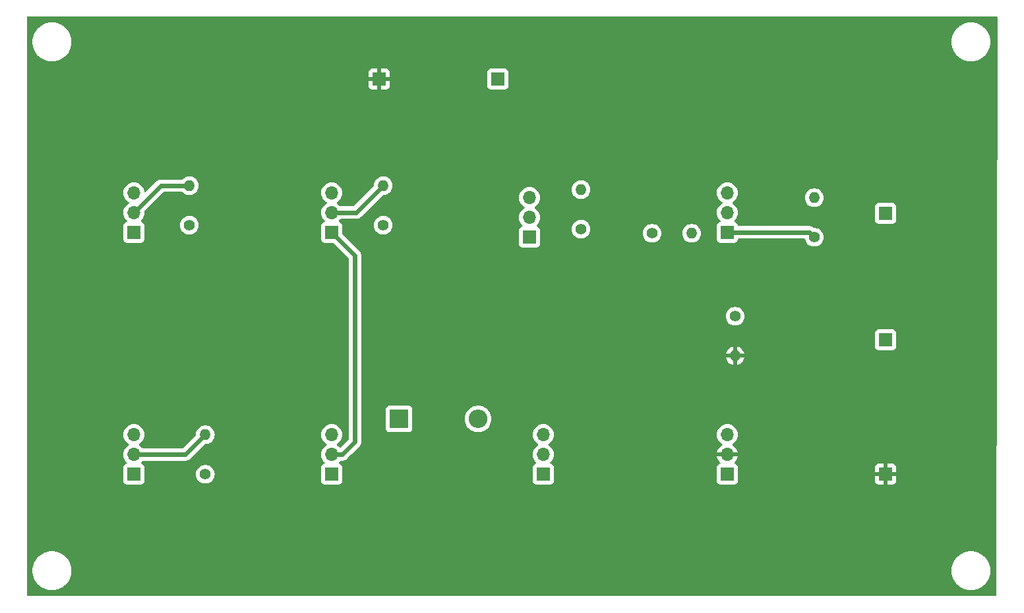
<source format=gbl>
%TF.GenerationSoftware,KiCad,Pcbnew,7.0.7*%
%TF.CreationDate,2023-12-20T15:38:10-07:00*%
%TF.ProjectId,Control Pilot PCB,436f6e74-726f-46c2-9050-696c6f742050,rev?*%
%TF.SameCoordinates,Original*%
%TF.FileFunction,Copper,L2,Bot*%
%TF.FilePolarity,Positive*%
%FSLAX46Y46*%
G04 Gerber Fmt 4.6, Leading zero omitted, Abs format (unit mm)*
G04 Created by KiCad (PCBNEW 7.0.7) date 2023-12-20 15:38:10*
%MOMM*%
%LPD*%
G01*
G04 APERTURE LIST*
%TA.AperFunction,ComponentPad*%
%ADD10R,1.700000X1.700000*%
%TD*%
%TA.AperFunction,ComponentPad*%
%ADD11C,1.400000*%
%TD*%
%TA.AperFunction,ComponentPad*%
%ADD12O,1.400000X1.400000*%
%TD*%
%TA.AperFunction,ComponentPad*%
%ADD13O,1.700000X1.700000*%
%TD*%
%TA.AperFunction,ComponentPad*%
%ADD14R,2.400000X2.400000*%
%TD*%
%TA.AperFunction,ComponentPad*%
%ADD15O,2.400000X2.400000*%
%TD*%
%TA.AperFunction,Conductor*%
%ADD16C,0.600000*%
%TD*%
G04 APERTURE END LIST*
D10*
%TO.P,J1,1,Pin_1*%
%TO.N,Earth_Protective*%
X163576000Y-103632000D03*
%TD*%
%TO.P,J5,1,Pin_1*%
%TO.N,Earth_Protective*%
X98552000Y-52832000D03*
%TD*%
D11*
%TO.P,R6,1*%
%TO.N,Net-(SW5-A)*%
X144256000Y-83312000D03*
D12*
%TO.P,R6,2*%
%TO.N,Earth_Protective*%
X144256000Y-88392000D03*
%TD*%
D11*
%TO.P,R4,1*%
%TO.N,Net-(SW6-A)*%
X124460000Y-72120000D03*
D12*
%TO.P,R4,2*%
%TO.N,Net-(SW6-B)*%
X124460000Y-67040000D03*
%TD*%
D10*
%TO.P,SW4,1,A*%
%TO.N,Net-(SW1-A)*%
X67056000Y-103632000D03*
D13*
%TO.P,SW4,2,B*%
%TO.N,Net-(D1-K)*%
X67056000Y-101092000D03*
%TO.P,SW4,3,C*%
X67056000Y-98552000D03*
%TD*%
D10*
%TO.P,SW1,1,A*%
%TO.N,Net-(SW1-A)*%
X143256000Y-103632000D03*
D13*
%TO.P,SW1,2,B*%
%TO.N,Earth_Protective*%
X143256000Y-101092000D03*
%TO.P,SW1,3,C*%
%TO.N,unconnected-(SW1-C-Pad3)*%
X143256000Y-98552000D03*
%TD*%
D11*
%TO.P,R5,1*%
%TO.N,Net-(SW5-A)*%
X154416000Y-73152000D03*
D12*
%TO.P,R5,2*%
%TO.N,+5V*%
X154416000Y-68072000D03*
%TD*%
D10*
%TO.P,SW8,1,A*%
%TO.N,Net-(SW1-A)*%
X67056000Y-72537000D03*
D13*
%TO.P,SW8,2,B*%
%TO.N,Net-(SW8-B)*%
X67056000Y-69997000D03*
%TO.P,SW8,3,C*%
%TO.N,Net-(D1-K)*%
X67056000Y-67457000D03*
%TD*%
D11*
%TO.P,R7,1*%
%TO.N,Net-(SW6-A)*%
X133588000Y-72644000D03*
D12*
%TO.P,R7,2*%
%TO.N,Net-(J3-Pin_1)*%
X138668000Y-72644000D03*
%TD*%
D11*
%TO.P,R1,1*%
%TO.N,Net-(SW1-A)*%
X76216000Y-103632000D03*
D12*
%TO.P,R1,2*%
%TO.N,Net-(D1-K)*%
X76216000Y-98552000D03*
%TD*%
D10*
%TO.P,SW2,1,A*%
%TO.N,Net-(SW1-A)*%
X119616000Y-103632000D03*
D13*
%TO.P,SW2,2,B*%
X119616000Y-101092000D03*
%TO.P,SW2,3,C*%
%TO.N,Net-(D1-A)*%
X119616000Y-98552000D03*
%TD*%
D10*
%TO.P,J4,1,Pin_1*%
%TO.N,+5V*%
X113792000Y-52832000D03*
%TD*%
D11*
%TO.P,R3,1*%
%TO.N,Net-(SW1-A)*%
X99060000Y-71612000D03*
D12*
%TO.P,R3,2*%
%TO.N,Net-(SW7-B)*%
X99060000Y-66532000D03*
%TD*%
D10*
%TO.P,SW3,1,A*%
%TO.N,Net-(SW1-A)*%
X92456000Y-103632000D03*
D13*
%TO.P,SW3,2,B*%
X92456000Y-101092000D03*
%TO.P,SW3,3,C*%
%TO.N,Net-(D1-K)*%
X92456000Y-98552000D03*
%TD*%
D10*
%TO.P,SW6,1,A*%
%TO.N,Net-(SW6-A)*%
X117856000Y-73152000D03*
D13*
%TO.P,SW6,2,B*%
%TO.N,Net-(SW6-B)*%
X117856000Y-70612000D03*
%TO.P,SW6,3,C*%
%TO.N,unconnected-(SW6-C-Pad3)*%
X117856000Y-68072000D03*
%TD*%
D10*
%TO.P,SW7,1,A*%
%TO.N,Net-(SW1-A)*%
X92456000Y-72537000D03*
D13*
%TO.P,SW7,2,B*%
%TO.N,Net-(SW7-B)*%
X92456000Y-69997000D03*
%TO.P,SW7,3,C*%
%TO.N,Net-(D1-K)*%
X92456000Y-67457000D03*
%TD*%
D10*
%TO.P,J2,1,Pin_1*%
%TO.N,Net-(D1-A)*%
X163576000Y-86360000D03*
%TD*%
%TO.P,J3,1,Pin_1*%
%TO.N,Net-(J3-Pin_1)*%
X163576000Y-70104000D03*
%TD*%
%TO.P,SW5,1,A*%
%TO.N,Net-(SW5-A)*%
X143256000Y-72537000D03*
D13*
%TO.P,SW5,2,B*%
%TO.N,Net-(J3-Pin_1)*%
X143256000Y-69997000D03*
%TO.P,SW5,3,C*%
%TO.N,unconnected-(SW5-C-Pad3)*%
X143256000Y-67457000D03*
%TD*%
D14*
%TO.P,D1,1,K*%
%TO.N,Net-(D1-K)*%
X101092000Y-96520000D03*
D15*
%TO.P,D1,2,A*%
%TO.N,Net-(D1-A)*%
X111252000Y-96520000D03*
%TD*%
D11*
%TO.P,R2,1*%
%TO.N,Net-(SW1-A)*%
X74168000Y-71612000D03*
D12*
%TO.P,R2,2*%
%TO.N,Net-(SW8-B)*%
X74168000Y-66532000D03*
%TD*%
D16*
%TO.N,Net-(SW1-A)*%
X93818000Y-101092000D02*
X92456000Y-101092000D01*
X95450000Y-99460000D02*
X93818000Y-101092000D01*
X95450000Y-75531000D02*
X95450000Y-99460000D01*
X92456000Y-72537000D02*
X95450000Y-75531000D01*
%TO.N,Net-(SW8-B)*%
X74168000Y-66532000D02*
X70521000Y-66532000D01*
X70521000Y-66532000D02*
X67056000Y-69997000D01*
%TO.N,Net-(SW7-B)*%
X95595000Y-69997000D02*
X92456000Y-69997000D01*
X99060000Y-66532000D02*
X95595000Y-69997000D01*
%TO.N,Net-(SW5-A)*%
X143256000Y-72537000D02*
X153801000Y-72537000D01*
X153801000Y-72537000D02*
X154416000Y-73152000D01*
%TO.N,Net-(D1-K)*%
X67056000Y-101092000D02*
X73676000Y-101092000D01*
X73676000Y-101092000D02*
X76216000Y-98552000D01*
%TD*%
%TA.AperFunction,Conductor*%
%TO.N,Earth_Protective*%
G36*
X177882806Y-44799685D02*
G01*
X177928561Y-44852489D01*
X177939766Y-44904231D01*
X177801446Y-118530622D01*
X177800233Y-119176233D01*
X177780422Y-119243235D01*
X177727532Y-119288891D01*
X177676233Y-119300000D01*
X53414000Y-119300000D01*
X53346961Y-119280315D01*
X53301206Y-119227511D01*
X53290000Y-119176000D01*
X53290000Y-116030005D01*
X54024556Y-116030005D01*
X54032344Y-116153791D01*
X54032466Y-116157684D01*
X54032466Y-116187125D01*
X54036156Y-116216340D01*
X54036522Y-116220217D01*
X54044310Y-116344005D01*
X54044311Y-116344012D01*
X54067553Y-116465852D01*
X54068162Y-116469698D01*
X54071853Y-116498915D01*
X54071857Y-116498932D01*
X54079179Y-116527447D01*
X54080029Y-116531249D01*
X54103270Y-116653083D01*
X54141593Y-116771028D01*
X54142680Y-116774769D01*
X54150004Y-116803297D01*
X54150007Y-116803305D01*
X54160851Y-116830694D01*
X54162170Y-116834358D01*
X54200497Y-116952316D01*
X54200499Y-116952321D01*
X54253306Y-117064540D01*
X54254853Y-117068116D01*
X54265695Y-117095500D01*
X54279886Y-117121314D01*
X54281653Y-117124783D01*
X54319581Y-117205382D01*
X54334463Y-117237007D01*
X54400916Y-117341721D01*
X54400920Y-117341726D01*
X54402903Y-117345080D01*
X54417085Y-117370878D01*
X54417091Y-117370887D01*
X54417093Y-117370891D01*
X54434413Y-117394730D01*
X54436594Y-117397940D01*
X54503051Y-117502661D01*
X54503053Y-117502664D01*
X54582105Y-117598222D01*
X54584492Y-117601299D01*
X54601784Y-117625100D01*
X54601809Y-117625130D01*
X54601813Y-117625135D01*
X54611832Y-117635804D01*
X54621970Y-117646601D01*
X54624545Y-117649522D01*
X54688232Y-117726505D01*
X54703610Y-117745094D01*
X54794034Y-117830008D01*
X54796769Y-117832743D01*
X54816937Y-117854220D01*
X54816942Y-117854225D01*
X54816943Y-117854226D01*
X54839635Y-117872998D01*
X54842538Y-117875557D01*
X54932970Y-117960478D01*
X55033324Y-118033389D01*
X55036380Y-118035760D01*
X55059087Y-118054545D01*
X55059096Y-118054552D01*
X55083968Y-118070335D01*
X55087173Y-118072513D01*
X55177169Y-118137898D01*
X55187520Y-118145419D01*
X55296213Y-118205173D01*
X55299567Y-118207157D01*
X55311131Y-118214495D01*
X55324425Y-118222932D01*
X55335532Y-118228158D01*
X55351068Y-118235470D01*
X55354538Y-118237238D01*
X55422915Y-118274828D01*
X55463234Y-118296994D01*
X55578574Y-118342660D01*
X55582126Y-118344197D01*
X55608752Y-118356727D01*
X55608762Y-118356731D01*
X55608779Y-118356739D01*
X55608793Y-118356743D01*
X55608809Y-118356750D01*
X55636798Y-118365843D01*
X55640447Y-118367157D01*
X55755775Y-118412819D01*
X55875921Y-118443667D01*
X55879644Y-118444749D01*
X55888422Y-118447601D01*
X55907661Y-118453852D01*
X55924491Y-118457062D01*
X55936600Y-118459373D01*
X55940374Y-118460216D01*
X56060527Y-118491066D01*
X56183578Y-118506610D01*
X56187403Y-118507217D01*
X56216341Y-118512737D01*
X56216346Y-118512738D01*
X56216354Y-118512738D01*
X56216357Y-118512739D01*
X56245769Y-118514589D01*
X56249614Y-118514953D01*
X56314767Y-118523183D01*
X56372672Y-118530499D01*
X56372682Y-118530500D01*
X56496680Y-118530500D01*
X56500575Y-118530622D01*
X56529964Y-118532472D01*
X56530000Y-118532472D01*
X56530036Y-118532472D01*
X56559422Y-118530622D01*
X56563317Y-118530500D01*
X56687318Y-118530500D01*
X56810391Y-118514952D01*
X56814227Y-118514589D01*
X56843643Y-118512739D01*
X56843646Y-118512738D01*
X56843652Y-118512738D01*
X56843655Y-118512737D01*
X56872596Y-118507217D01*
X56876416Y-118506611D01*
X56999473Y-118491066D01*
X57119652Y-118460209D01*
X57123373Y-118459377D01*
X57152339Y-118453852D01*
X57180378Y-118444741D01*
X57184043Y-118443676D01*
X57304225Y-118412819D01*
X57419575Y-118367148D01*
X57423208Y-118365841D01*
X57451221Y-118356739D01*
X57477876Y-118344195D01*
X57481412Y-118342665D01*
X57596766Y-118296994D01*
X57705499Y-118237217D01*
X57708902Y-118235483D01*
X57735575Y-118222932D01*
X57760445Y-118207148D01*
X57763766Y-118205184D01*
X57872484Y-118145416D01*
X57972830Y-118072509D01*
X57976031Y-118070334D01*
X58000916Y-118054542D01*
X58023635Y-118035747D01*
X58026655Y-118033404D01*
X58127030Y-117960478D01*
X58217494Y-117875526D01*
X58220329Y-117873027D01*
X58243060Y-117854223D01*
X58263261Y-117832710D01*
X58265932Y-117830039D01*
X58356390Y-117745094D01*
X58435485Y-117649484D01*
X58438003Y-117646628D01*
X58458187Y-117625135D01*
X58458201Y-117625115D01*
X58458209Y-117625106D01*
X58475514Y-117601288D01*
X58477872Y-117598247D01*
X58556947Y-117502663D01*
X58623440Y-117397885D01*
X58625564Y-117394761D01*
X58642907Y-117370891D01*
X58657116Y-117345044D01*
X58659059Y-117341759D01*
X58725537Y-117237007D01*
X58778353Y-117124766D01*
X58780096Y-117121343D01*
X58794304Y-117095501D01*
X58805160Y-117068079D01*
X58806668Y-117064594D01*
X58859503Y-116952315D01*
X58897845Y-116834310D01*
X58899148Y-116830694D01*
X58909992Y-116803306D01*
X58917319Y-116774769D01*
X58918395Y-116771063D01*
X58956731Y-116653079D01*
X58979980Y-116531199D01*
X58980820Y-116527447D01*
X58988146Y-116498916D01*
X58991840Y-116469668D01*
X58992439Y-116465885D01*
X59015688Y-116344015D01*
X59015688Y-116344012D01*
X59015689Y-116344009D01*
X59018753Y-116295289D01*
X59023477Y-116220197D01*
X59023842Y-116216347D01*
X59027532Y-116187138D01*
X59027533Y-116187131D01*
X59028167Y-116146716D01*
X59028278Y-116143886D01*
X59035444Y-116030000D01*
X172024556Y-116030000D01*
X172032345Y-116153815D01*
X172032467Y-116157685D01*
X172032467Y-116187125D01*
X172032468Y-116187141D01*
X172036156Y-116216340D01*
X172036522Y-116220217D01*
X172044310Y-116344005D01*
X172044311Y-116344012D01*
X172067553Y-116465852D01*
X172068162Y-116469698D01*
X172071853Y-116498915D01*
X172071857Y-116498932D01*
X172079179Y-116527447D01*
X172080029Y-116531249D01*
X172103270Y-116653083D01*
X172141593Y-116771028D01*
X172142680Y-116774769D01*
X172150004Y-116803297D01*
X172150007Y-116803305D01*
X172160851Y-116830694D01*
X172162170Y-116834358D01*
X172200497Y-116952316D01*
X172200499Y-116952321D01*
X172253306Y-117064540D01*
X172254853Y-117068116D01*
X172265695Y-117095500D01*
X172279886Y-117121314D01*
X172281653Y-117124783D01*
X172319581Y-117205382D01*
X172334463Y-117237007D01*
X172400916Y-117341721D01*
X172400920Y-117341726D01*
X172402903Y-117345080D01*
X172417085Y-117370878D01*
X172417091Y-117370887D01*
X172417093Y-117370891D01*
X172434413Y-117394730D01*
X172436594Y-117397940D01*
X172503051Y-117502661D01*
X172503053Y-117502664D01*
X172582105Y-117598222D01*
X172584492Y-117601299D01*
X172601784Y-117625100D01*
X172601809Y-117625130D01*
X172601813Y-117625135D01*
X172611832Y-117635804D01*
X172621970Y-117646601D01*
X172624545Y-117649522D01*
X172688232Y-117726505D01*
X172703610Y-117745094D01*
X172794034Y-117830008D01*
X172796769Y-117832743D01*
X172816937Y-117854220D01*
X172816942Y-117854225D01*
X172816943Y-117854226D01*
X172839635Y-117872998D01*
X172842538Y-117875557D01*
X172932970Y-117960478D01*
X173033324Y-118033389D01*
X173036380Y-118035760D01*
X173059087Y-118054545D01*
X173059096Y-118054552D01*
X173083968Y-118070335D01*
X173087173Y-118072513D01*
X173177169Y-118137898D01*
X173187520Y-118145419D01*
X173296213Y-118205173D01*
X173299567Y-118207157D01*
X173311131Y-118214495D01*
X173324425Y-118222932D01*
X173335532Y-118228158D01*
X173351068Y-118235470D01*
X173354538Y-118237238D01*
X173422915Y-118274828D01*
X173463234Y-118296994D01*
X173578574Y-118342660D01*
X173582126Y-118344197D01*
X173608752Y-118356727D01*
X173608762Y-118356731D01*
X173608779Y-118356739D01*
X173608793Y-118356743D01*
X173608809Y-118356750D01*
X173636798Y-118365843D01*
X173640447Y-118367157D01*
X173755775Y-118412819D01*
X173875921Y-118443667D01*
X173879644Y-118444749D01*
X173888422Y-118447601D01*
X173907661Y-118453852D01*
X173924491Y-118457062D01*
X173936600Y-118459373D01*
X173940374Y-118460216D01*
X174060527Y-118491066D01*
X174183578Y-118506610D01*
X174187403Y-118507217D01*
X174216341Y-118512737D01*
X174216346Y-118512738D01*
X174216354Y-118512738D01*
X174216357Y-118512739D01*
X174245769Y-118514589D01*
X174249614Y-118514953D01*
X174314767Y-118523183D01*
X174372672Y-118530499D01*
X174372682Y-118530500D01*
X174496680Y-118530500D01*
X174500575Y-118530622D01*
X174529964Y-118532472D01*
X174530000Y-118532472D01*
X174530036Y-118532472D01*
X174559422Y-118530622D01*
X174563317Y-118530500D01*
X174687318Y-118530500D01*
X174810391Y-118514952D01*
X174814227Y-118514589D01*
X174843643Y-118512739D01*
X174843646Y-118512738D01*
X174843652Y-118512738D01*
X174843655Y-118512737D01*
X174872596Y-118507217D01*
X174876416Y-118506611D01*
X174999473Y-118491066D01*
X175119652Y-118460209D01*
X175123373Y-118459377D01*
X175152339Y-118453852D01*
X175180378Y-118444741D01*
X175184043Y-118443676D01*
X175304225Y-118412819D01*
X175419575Y-118367148D01*
X175423208Y-118365841D01*
X175451221Y-118356739D01*
X175477876Y-118344195D01*
X175481412Y-118342665D01*
X175596766Y-118296994D01*
X175705499Y-118237217D01*
X175708902Y-118235483D01*
X175735575Y-118222932D01*
X175760445Y-118207148D01*
X175763766Y-118205184D01*
X175872484Y-118145416D01*
X175972830Y-118072509D01*
X175976031Y-118070334D01*
X176000916Y-118054542D01*
X176023635Y-118035747D01*
X176026655Y-118033404D01*
X176127030Y-117960478D01*
X176217494Y-117875526D01*
X176220329Y-117873027D01*
X176243060Y-117854223D01*
X176263261Y-117832710D01*
X176265932Y-117830039D01*
X176356390Y-117745094D01*
X176435485Y-117649484D01*
X176438003Y-117646628D01*
X176458187Y-117625135D01*
X176458201Y-117625115D01*
X176458209Y-117625106D01*
X176475514Y-117601288D01*
X176477872Y-117598247D01*
X176556947Y-117502663D01*
X176623440Y-117397885D01*
X176625564Y-117394761D01*
X176642907Y-117370891D01*
X176657116Y-117345044D01*
X176659059Y-117341759D01*
X176725537Y-117237007D01*
X176778353Y-117124766D01*
X176780096Y-117121343D01*
X176794304Y-117095501D01*
X176805160Y-117068079D01*
X176806668Y-117064594D01*
X176859503Y-116952315D01*
X176897845Y-116834310D01*
X176899148Y-116830694D01*
X176909992Y-116803306D01*
X176917319Y-116774769D01*
X176918395Y-116771063D01*
X176956731Y-116653079D01*
X176979980Y-116531199D01*
X176980820Y-116527447D01*
X176988146Y-116498916D01*
X176991840Y-116469668D01*
X176992439Y-116465885D01*
X177015688Y-116344015D01*
X177015688Y-116344012D01*
X177015689Y-116344009D01*
X177018753Y-116295289D01*
X177023477Y-116220197D01*
X177023842Y-116216347D01*
X177027532Y-116187138D01*
X177027533Y-116187131D01*
X177028167Y-116146716D01*
X177028278Y-116143886D01*
X177035444Y-116030000D01*
X177028279Y-115916116D01*
X177028167Y-115913280D01*
X177027533Y-115872869D01*
X177027532Y-115872862D01*
X177027532Y-115872854D01*
X177023842Y-115843650D01*
X177023477Y-115839796D01*
X177019203Y-115771855D01*
X177015689Y-115715990D01*
X177015687Y-115715982D01*
X176992436Y-115594093D01*
X176991838Y-115590313D01*
X176991836Y-115590300D01*
X176988146Y-115561084D01*
X176980825Y-115532569D01*
X176979975Y-115528767D01*
X176957013Y-115408400D01*
X176956731Y-115406921D01*
X176918399Y-115288950D01*
X176917318Y-115285226D01*
X176909994Y-115256701D01*
X176909993Y-115256699D01*
X176909992Y-115256694D01*
X176899134Y-115229269D01*
X176897844Y-115225686D01*
X176859503Y-115107685D01*
X176806682Y-114995435D01*
X176805157Y-114991912D01*
X176794304Y-114964499D01*
X176794285Y-114964465D01*
X176780113Y-114938685D01*
X176778344Y-114935213D01*
X176759334Y-114894816D01*
X176725537Y-114822993D01*
X176659061Y-114718244D01*
X176657095Y-114714917D01*
X176642907Y-114689109D01*
X176625579Y-114665259D01*
X176623427Y-114662093D01*
X176556947Y-114557337D01*
X176556946Y-114557336D01*
X176556945Y-114557334D01*
X176477898Y-114461782D01*
X176475511Y-114458704D01*
X176458221Y-114434906D01*
X176458191Y-114434871D01*
X176458187Y-114434865D01*
X176444102Y-114419866D01*
X176438028Y-114413397D01*
X176435462Y-114410487D01*
X176356390Y-114314906D01*
X176356388Y-114314904D01*
X176356384Y-114314899D01*
X176265973Y-114229998D01*
X176263221Y-114227246D01*
X176261864Y-114225801D01*
X176243060Y-114205777D01*
X176243059Y-114205776D01*
X176243057Y-114205774D01*
X176243049Y-114205766D01*
X176220361Y-114186998D01*
X176217439Y-114184422D01*
X176127031Y-114099523D01*
X176127021Y-114099515D01*
X176026688Y-114026619D01*
X176023609Y-114024231D01*
X176000918Y-114005459D01*
X176000900Y-114005446D01*
X175976030Y-113989663D01*
X175972807Y-113987473D01*
X175872485Y-113914584D01*
X175763788Y-113854826D01*
X175760439Y-113852845D01*
X175736435Y-113837614D01*
X175735575Y-113837068D01*
X175735574Y-113837067D01*
X175735567Y-113837063D01*
X175708929Y-113824528D01*
X175705460Y-113822760D01*
X175596759Y-113763002D01*
X175596756Y-113763001D01*
X175481463Y-113717354D01*
X175477887Y-113715807D01*
X175451239Y-113703268D01*
X175451199Y-113703252D01*
X175423198Y-113694154D01*
X175419532Y-113692834D01*
X175304227Y-113647181D01*
X175184091Y-113616335D01*
X175180353Y-113615249D01*
X175152336Y-113606147D01*
X175123418Y-113600630D01*
X175119619Y-113599781D01*
X174999471Y-113568933D01*
X174876435Y-113553390D01*
X174872588Y-113552781D01*
X174843666Y-113547264D01*
X174843644Y-113547261D01*
X174843643Y-113547261D01*
X174843640Y-113547260D01*
X174843594Y-113547255D01*
X174814219Y-113545407D01*
X174810342Y-113545040D01*
X174687330Y-113529500D01*
X174687318Y-113529500D01*
X174563273Y-113529500D01*
X174559402Y-113529378D01*
X174534162Y-113527790D01*
X174530002Y-113527529D01*
X174529998Y-113527529D01*
X174525837Y-113527790D01*
X174500597Y-113529378D01*
X174496727Y-113529500D01*
X174372682Y-113529500D01*
X174372680Y-113529500D01*
X174372667Y-113529501D01*
X174249656Y-113545040D01*
X174245779Y-113545407D01*
X174216395Y-113547255D01*
X174216338Y-113547262D01*
X174187410Y-113552781D01*
X174183563Y-113553390D01*
X174060530Y-113568933D01*
X174060528Y-113568933D01*
X173940386Y-113599779D01*
X173936589Y-113600628D01*
X173907669Y-113606146D01*
X173907665Y-113606147D01*
X173907661Y-113606148D01*
X173897385Y-113609486D01*
X173879651Y-113615248D01*
X173875913Y-113616334D01*
X173755769Y-113647182D01*
X173640466Y-113692834D01*
X173636801Y-113694154D01*
X173608808Y-113703249D01*
X173608760Y-113703268D01*
X173582129Y-113715800D01*
X173578554Y-113717347D01*
X173463233Y-113763005D01*
X173354538Y-113822761D01*
X173351069Y-113824529D01*
X173324433Y-113837063D01*
X173324422Y-113837069D01*
X173299557Y-113852847D01*
X173296208Y-113854828D01*
X173187512Y-113914585D01*
X173187510Y-113914587D01*
X173087184Y-113987478D01*
X173083962Y-113989667D01*
X173059114Y-114005436D01*
X173059073Y-114005466D01*
X173036391Y-114024229D01*
X173033315Y-114026616D01*
X172932966Y-114099524D01*
X172932965Y-114099525D01*
X172842569Y-114184413D01*
X172839647Y-114186989D01*
X172816961Y-114205756D01*
X172816933Y-114205782D01*
X172810207Y-114212945D01*
X172796772Y-114227252D01*
X172794018Y-114230005D01*
X172703611Y-114314904D01*
X172624545Y-114410476D01*
X172621972Y-114413396D01*
X172611547Y-114424497D01*
X172601828Y-114434847D01*
X172601782Y-114434902D01*
X172584492Y-114458701D01*
X172582105Y-114461778D01*
X172503053Y-114557335D01*
X172503048Y-114557342D01*
X172436593Y-114662058D01*
X172434405Y-114665278D01*
X172417086Y-114689118D01*
X172417082Y-114689125D01*
X172402897Y-114714926D01*
X172400916Y-114718276D01*
X172334464Y-114822990D01*
X172281649Y-114935223D01*
X172279877Y-114938701D01*
X172278375Y-114941433D01*
X172265713Y-114964465D01*
X172265701Y-114964489D01*
X172265696Y-114964499D01*
X172265693Y-114964506D01*
X172265687Y-114964519D01*
X172254854Y-114991879D01*
X172253308Y-114995452D01*
X172200500Y-115107676D01*
X172200496Y-115107687D01*
X172162168Y-115225644D01*
X172160850Y-115229307D01*
X172150009Y-115256689D01*
X172150004Y-115256703D01*
X172142679Y-115285230D01*
X172141593Y-115288969D01*
X172103269Y-115406918D01*
X172103268Y-115406924D01*
X172080029Y-115528749D01*
X172079179Y-115532550D01*
X172071858Y-115561059D01*
X172071852Y-115561093D01*
X172068162Y-115590300D01*
X172067553Y-115594146D01*
X172044312Y-115715982D01*
X172044310Y-115715999D01*
X172036522Y-115839781D01*
X172036156Y-115843658D01*
X172032468Y-115872846D01*
X172032467Y-115872874D01*
X172032467Y-115902313D01*
X172032345Y-115906185D01*
X172024556Y-116030000D01*
X59035444Y-116030000D01*
X59028279Y-115916116D01*
X59028167Y-115913280D01*
X59027533Y-115872869D01*
X59027532Y-115872862D01*
X59027532Y-115872854D01*
X59023842Y-115843650D01*
X59023477Y-115839796D01*
X59019203Y-115771855D01*
X59015689Y-115715990D01*
X59015687Y-115715982D01*
X58992436Y-115594093D01*
X58991838Y-115590313D01*
X58991836Y-115590300D01*
X58988146Y-115561084D01*
X58980825Y-115532569D01*
X58979975Y-115528767D01*
X58957013Y-115408400D01*
X58956731Y-115406921D01*
X58918399Y-115288950D01*
X58917318Y-115285226D01*
X58909994Y-115256701D01*
X58909993Y-115256699D01*
X58909992Y-115256694D01*
X58899134Y-115229269D01*
X58897844Y-115225686D01*
X58859503Y-115107685D01*
X58806682Y-114995435D01*
X58805157Y-114991912D01*
X58794304Y-114964499D01*
X58794285Y-114964465D01*
X58780113Y-114938685D01*
X58778344Y-114935213D01*
X58759334Y-114894816D01*
X58725537Y-114822993D01*
X58659061Y-114718244D01*
X58657095Y-114714917D01*
X58642907Y-114689109D01*
X58625579Y-114665259D01*
X58623427Y-114662093D01*
X58556947Y-114557337D01*
X58556946Y-114557336D01*
X58556945Y-114557334D01*
X58477898Y-114461782D01*
X58475511Y-114458704D01*
X58458221Y-114434906D01*
X58458191Y-114434871D01*
X58458187Y-114434865D01*
X58444102Y-114419866D01*
X58438028Y-114413397D01*
X58435462Y-114410487D01*
X58356390Y-114314906D01*
X58356388Y-114314904D01*
X58356384Y-114314899D01*
X58265973Y-114229998D01*
X58263221Y-114227246D01*
X58261864Y-114225801D01*
X58243060Y-114205777D01*
X58243059Y-114205776D01*
X58243057Y-114205774D01*
X58243049Y-114205766D01*
X58220361Y-114186998D01*
X58217439Y-114184422D01*
X58127031Y-114099523D01*
X58127021Y-114099515D01*
X58026688Y-114026619D01*
X58023609Y-114024231D01*
X58000918Y-114005459D01*
X58000900Y-114005446D01*
X57976030Y-113989663D01*
X57972807Y-113987473D01*
X57872485Y-113914584D01*
X57763788Y-113854826D01*
X57760439Y-113852845D01*
X57736435Y-113837614D01*
X57735575Y-113837068D01*
X57735574Y-113837067D01*
X57735567Y-113837063D01*
X57708929Y-113824528D01*
X57705460Y-113822760D01*
X57596759Y-113763002D01*
X57596756Y-113763001D01*
X57481463Y-113717354D01*
X57477887Y-113715807D01*
X57451239Y-113703268D01*
X57451199Y-113703252D01*
X57423198Y-113694154D01*
X57419532Y-113692834D01*
X57304227Y-113647181D01*
X57184091Y-113616335D01*
X57180353Y-113615249D01*
X57152336Y-113606147D01*
X57123418Y-113600630D01*
X57119619Y-113599781D01*
X56999471Y-113568933D01*
X56876435Y-113553390D01*
X56872588Y-113552781D01*
X56843666Y-113547264D01*
X56843644Y-113547261D01*
X56843643Y-113547261D01*
X56843640Y-113547260D01*
X56843594Y-113547255D01*
X56814219Y-113545407D01*
X56810342Y-113545040D01*
X56687330Y-113529500D01*
X56687318Y-113529500D01*
X56563273Y-113529500D01*
X56559402Y-113529378D01*
X56534162Y-113527790D01*
X56530002Y-113527529D01*
X56529998Y-113527529D01*
X56525837Y-113527790D01*
X56500597Y-113529378D01*
X56496727Y-113529500D01*
X56372682Y-113529500D01*
X56372680Y-113529500D01*
X56372667Y-113529501D01*
X56249656Y-113545040D01*
X56245779Y-113545407D01*
X56216395Y-113547255D01*
X56216338Y-113547262D01*
X56187410Y-113552781D01*
X56183563Y-113553390D01*
X56060530Y-113568933D01*
X56060528Y-113568933D01*
X55940386Y-113599779D01*
X55936589Y-113600628D01*
X55907669Y-113606146D01*
X55907665Y-113606147D01*
X55907661Y-113606148D01*
X55897385Y-113609486D01*
X55879651Y-113615248D01*
X55875913Y-113616334D01*
X55755769Y-113647182D01*
X55640466Y-113692834D01*
X55636801Y-113694154D01*
X55608808Y-113703249D01*
X55608760Y-113703268D01*
X55582129Y-113715800D01*
X55578554Y-113717347D01*
X55463233Y-113763005D01*
X55354538Y-113822761D01*
X55351069Y-113824529D01*
X55324433Y-113837063D01*
X55324422Y-113837069D01*
X55299557Y-113852847D01*
X55296208Y-113854828D01*
X55187512Y-113914585D01*
X55187510Y-113914587D01*
X55087184Y-113987478D01*
X55083962Y-113989667D01*
X55059114Y-114005436D01*
X55059073Y-114005466D01*
X55036391Y-114024229D01*
X55033315Y-114026616D01*
X54932966Y-114099524D01*
X54932965Y-114099525D01*
X54842569Y-114184413D01*
X54839647Y-114186989D01*
X54816961Y-114205756D01*
X54816933Y-114205782D01*
X54810207Y-114212945D01*
X54796772Y-114227252D01*
X54794018Y-114230005D01*
X54703611Y-114314904D01*
X54624545Y-114410476D01*
X54621972Y-114413396D01*
X54611547Y-114424497D01*
X54601828Y-114434847D01*
X54601782Y-114434902D01*
X54584492Y-114458701D01*
X54582105Y-114461778D01*
X54503053Y-114557335D01*
X54503048Y-114557342D01*
X54436593Y-114662058D01*
X54434405Y-114665278D01*
X54417086Y-114689118D01*
X54417082Y-114689125D01*
X54402897Y-114714926D01*
X54400916Y-114718276D01*
X54334464Y-114822990D01*
X54281649Y-114935223D01*
X54279877Y-114938701D01*
X54278375Y-114941433D01*
X54265713Y-114964465D01*
X54265701Y-114964489D01*
X54265696Y-114964499D01*
X54265693Y-114964506D01*
X54265687Y-114964519D01*
X54254854Y-114991879D01*
X54253308Y-114995452D01*
X54200500Y-115107676D01*
X54200496Y-115107687D01*
X54162168Y-115225644D01*
X54160850Y-115229307D01*
X54150009Y-115256689D01*
X54150004Y-115256703D01*
X54142679Y-115285230D01*
X54141593Y-115288969D01*
X54103269Y-115406918D01*
X54103268Y-115406924D01*
X54080029Y-115528749D01*
X54079179Y-115532550D01*
X54071858Y-115561059D01*
X54071852Y-115561093D01*
X54068162Y-115590300D01*
X54067553Y-115594146D01*
X54044312Y-115715982D01*
X54044310Y-115715999D01*
X54036522Y-115839781D01*
X54036156Y-115843658D01*
X54032466Y-115872869D01*
X54032466Y-115902314D01*
X54032344Y-115906207D01*
X54024556Y-116029994D01*
X54024556Y-116030005D01*
X53290000Y-116030005D01*
X53290000Y-101092000D01*
X65700341Y-101092000D01*
X65720936Y-101327403D01*
X65720938Y-101327413D01*
X65782094Y-101555655D01*
X65782096Y-101555659D01*
X65782097Y-101555663D01*
X65800096Y-101594262D01*
X65881965Y-101769830D01*
X65881967Y-101769834D01*
X65974338Y-101901752D01*
X66017501Y-101963396D01*
X66017506Y-101963402D01*
X66139430Y-102085326D01*
X66172915Y-102146649D01*
X66167931Y-102216341D01*
X66126059Y-102272274D01*
X66095083Y-102289189D01*
X65963669Y-102338203D01*
X65963664Y-102338206D01*
X65848455Y-102424452D01*
X65848452Y-102424455D01*
X65762206Y-102539664D01*
X65762202Y-102539671D01*
X65711908Y-102674517D01*
X65705501Y-102734116D01*
X65705501Y-102734123D01*
X65705500Y-102734135D01*
X65705500Y-104529870D01*
X65705501Y-104529876D01*
X65711908Y-104589483D01*
X65762202Y-104724328D01*
X65762206Y-104724335D01*
X65848452Y-104839544D01*
X65848455Y-104839547D01*
X65963664Y-104925793D01*
X65963671Y-104925797D01*
X66098517Y-104976091D01*
X66098516Y-104976091D01*
X66105444Y-104976835D01*
X66158127Y-104982500D01*
X67953872Y-104982499D01*
X68013483Y-104976091D01*
X68148331Y-104925796D01*
X68263546Y-104839546D01*
X68349796Y-104724331D01*
X68400091Y-104589483D01*
X68406500Y-104529873D01*
X68406499Y-103632000D01*
X75010357Y-103632000D01*
X75030884Y-103853535D01*
X75030885Y-103853537D01*
X75091769Y-104067523D01*
X75091775Y-104067538D01*
X75190938Y-104266683D01*
X75190943Y-104266691D01*
X75325020Y-104444238D01*
X75489437Y-104594123D01*
X75489439Y-104594125D01*
X75678595Y-104711245D01*
X75678596Y-104711245D01*
X75678599Y-104711247D01*
X75886060Y-104791618D01*
X76104757Y-104832500D01*
X76104759Y-104832500D01*
X76327241Y-104832500D01*
X76327243Y-104832500D01*
X76545940Y-104791618D01*
X76753401Y-104711247D01*
X76942562Y-104594124D01*
X77106981Y-104444236D01*
X77241058Y-104266689D01*
X77340229Y-104067528D01*
X77401115Y-103853536D01*
X77421643Y-103632000D01*
X77401115Y-103410464D01*
X77340229Y-103196472D01*
X77340224Y-103196461D01*
X77241061Y-102997316D01*
X77241056Y-102997308D01*
X77106979Y-102819761D01*
X76942562Y-102669876D01*
X76942560Y-102669874D01*
X76753404Y-102552754D01*
X76753398Y-102552752D01*
X76545940Y-102472382D01*
X76327243Y-102431500D01*
X76104757Y-102431500D01*
X75886060Y-102472382D01*
X75754864Y-102523207D01*
X75678601Y-102552752D01*
X75678595Y-102552754D01*
X75489439Y-102669874D01*
X75489437Y-102669876D01*
X75325020Y-102819761D01*
X75190943Y-102997308D01*
X75190938Y-102997316D01*
X75091775Y-103196461D01*
X75091769Y-103196476D01*
X75030885Y-103410462D01*
X75030884Y-103410464D01*
X75010357Y-103631999D01*
X75010357Y-103632000D01*
X68406499Y-103632000D01*
X68406499Y-102734128D01*
X68400091Y-102674517D01*
X68398359Y-102669874D01*
X68349797Y-102539671D01*
X68349793Y-102539664D01*
X68263547Y-102424455D01*
X68263544Y-102424452D01*
X68148335Y-102338206D01*
X68148328Y-102338202D01*
X68016917Y-102289189D01*
X67960983Y-102247318D01*
X67936566Y-102181853D01*
X67951418Y-102113580D01*
X67972563Y-102085332D01*
X68094495Y-101963401D01*
X68107116Y-101945375D01*
X68161693Y-101901752D01*
X68208691Y-101892500D01*
X73766194Y-101892500D01*
X73806903Y-101883208D01*
X73813760Y-101882043D01*
X73855255Y-101877368D01*
X73894680Y-101863571D01*
X73901321Y-101861658D01*
X73942061Y-101852360D01*
X73979693Y-101834236D01*
X73986105Y-101831580D01*
X74025522Y-101817789D01*
X74060889Y-101795565D01*
X74066961Y-101792209D01*
X74104587Y-101774091D01*
X74137236Y-101748052D01*
X74142895Y-101744037D01*
X74178262Y-101721816D01*
X74305816Y-101594262D01*
X74808077Y-101092000D01*
X91100341Y-101092000D01*
X91120936Y-101327403D01*
X91120938Y-101327413D01*
X91182094Y-101555655D01*
X91182096Y-101555659D01*
X91182097Y-101555663D01*
X91200096Y-101594262D01*
X91281965Y-101769830D01*
X91281967Y-101769834D01*
X91374338Y-101901752D01*
X91417501Y-101963396D01*
X91417506Y-101963402D01*
X91539430Y-102085326D01*
X91572915Y-102146649D01*
X91567931Y-102216341D01*
X91526059Y-102272274D01*
X91495083Y-102289189D01*
X91363669Y-102338203D01*
X91363664Y-102338206D01*
X91248455Y-102424452D01*
X91248452Y-102424455D01*
X91162206Y-102539664D01*
X91162202Y-102539671D01*
X91111908Y-102674517D01*
X91105501Y-102734116D01*
X91105501Y-102734123D01*
X91105500Y-102734135D01*
X91105500Y-104529870D01*
X91105501Y-104529876D01*
X91111908Y-104589483D01*
X91162202Y-104724328D01*
X91162206Y-104724335D01*
X91248452Y-104839544D01*
X91248455Y-104839547D01*
X91363664Y-104925793D01*
X91363671Y-104925797D01*
X91498517Y-104976091D01*
X91498516Y-104976091D01*
X91505444Y-104976835D01*
X91558127Y-104982500D01*
X93353872Y-104982499D01*
X93413483Y-104976091D01*
X93548331Y-104925796D01*
X93663546Y-104839546D01*
X93749796Y-104724331D01*
X93800091Y-104589483D01*
X93806500Y-104529873D01*
X93806499Y-102734128D01*
X93800091Y-102674517D01*
X93798359Y-102669874D01*
X93749797Y-102539671D01*
X93749793Y-102539664D01*
X93663547Y-102424455D01*
X93663544Y-102424452D01*
X93548335Y-102338206D01*
X93548328Y-102338202D01*
X93416917Y-102289189D01*
X93360983Y-102247318D01*
X93336566Y-102181853D01*
X93351418Y-102113580D01*
X93372563Y-102085332D01*
X93494495Y-101963401D01*
X93507116Y-101945375D01*
X93561693Y-101901752D01*
X93608691Y-101892500D01*
X93908194Y-101892500D01*
X93948903Y-101883208D01*
X93955760Y-101882043D01*
X93997255Y-101877368D01*
X94036680Y-101863571D01*
X94043321Y-101861658D01*
X94084061Y-101852360D01*
X94121693Y-101834236D01*
X94128105Y-101831580D01*
X94167522Y-101817789D01*
X94202889Y-101795565D01*
X94208961Y-101792209D01*
X94246587Y-101774091D01*
X94279236Y-101748052D01*
X94284895Y-101744037D01*
X94320262Y-101721816D01*
X94447816Y-101594262D01*
X94506375Y-101535703D01*
X94506388Y-101535689D01*
X94950077Y-101092000D01*
X118260341Y-101092000D01*
X118280936Y-101327403D01*
X118280938Y-101327413D01*
X118342094Y-101555655D01*
X118342096Y-101555659D01*
X118342097Y-101555663D01*
X118360096Y-101594262D01*
X118441965Y-101769830D01*
X118441967Y-101769834D01*
X118534338Y-101901752D01*
X118577501Y-101963396D01*
X118577506Y-101963402D01*
X118699430Y-102085326D01*
X118732915Y-102146649D01*
X118727931Y-102216341D01*
X118686059Y-102272274D01*
X118655083Y-102289189D01*
X118523669Y-102338203D01*
X118523664Y-102338206D01*
X118408455Y-102424452D01*
X118408452Y-102424455D01*
X118322206Y-102539664D01*
X118322202Y-102539671D01*
X118271908Y-102674517D01*
X118265501Y-102734116D01*
X118265501Y-102734123D01*
X118265500Y-102734135D01*
X118265500Y-104529870D01*
X118265501Y-104529876D01*
X118271908Y-104589483D01*
X118322202Y-104724328D01*
X118322206Y-104724335D01*
X118408452Y-104839544D01*
X118408455Y-104839547D01*
X118523664Y-104925793D01*
X118523671Y-104925797D01*
X118658517Y-104976091D01*
X118658516Y-104976091D01*
X118665444Y-104976835D01*
X118718127Y-104982500D01*
X120513872Y-104982499D01*
X120573483Y-104976091D01*
X120708331Y-104925796D01*
X120823546Y-104839546D01*
X120909796Y-104724331D01*
X120960091Y-104589483D01*
X120966500Y-104529873D01*
X120966499Y-102734128D01*
X120960091Y-102674517D01*
X120958359Y-102669874D01*
X120909797Y-102539671D01*
X120909793Y-102539664D01*
X120823547Y-102424455D01*
X120823544Y-102424452D01*
X120708335Y-102338206D01*
X120708328Y-102338202D01*
X120576917Y-102289189D01*
X120520983Y-102247318D01*
X120496566Y-102181853D01*
X120511418Y-102113580D01*
X120532563Y-102085332D01*
X120654495Y-101963401D01*
X120790035Y-101769830D01*
X120889903Y-101555663D01*
X120951063Y-101327408D01*
X120971659Y-101092000D01*
X120951063Y-100856592D01*
X120889903Y-100628337D01*
X120790035Y-100414171D01*
X120704141Y-100291500D01*
X120654494Y-100220597D01*
X120487402Y-100053506D01*
X120487396Y-100053501D01*
X120301842Y-99923575D01*
X120258217Y-99868998D01*
X120251023Y-99799500D01*
X120282546Y-99737145D01*
X120301842Y-99720425D01*
X120351934Y-99685350D01*
X120487401Y-99590495D01*
X120654495Y-99423401D01*
X120790035Y-99229830D01*
X120889903Y-99015663D01*
X120951063Y-98787408D01*
X120971659Y-98552000D01*
X141900341Y-98552000D01*
X141920936Y-98787403D01*
X141920938Y-98787413D01*
X141982094Y-99015655D01*
X141982096Y-99015659D01*
X141982097Y-99015663D01*
X142051613Y-99164740D01*
X142081965Y-99229830D01*
X142081967Y-99229834D01*
X142217501Y-99423395D01*
X142217506Y-99423402D01*
X142384597Y-99590493D01*
X142384603Y-99590498D01*
X142390033Y-99594300D01*
X142557580Y-99711618D01*
X142570594Y-99720730D01*
X142614219Y-99775307D01*
X142621413Y-99844805D01*
X142589890Y-99907160D01*
X142570595Y-99923880D01*
X142384922Y-100053890D01*
X142384920Y-100053891D01*
X142217891Y-100220920D01*
X142217886Y-100220926D01*
X142082400Y-100414420D01*
X142082399Y-100414422D01*
X141982570Y-100628507D01*
X141982567Y-100628513D01*
X141925364Y-100841999D01*
X141925364Y-100842000D01*
X142642653Y-100842000D01*
X142709692Y-100861685D01*
X142755447Y-100914489D01*
X142765391Y-100983647D01*
X142761631Y-101000933D01*
X142756000Y-101020111D01*
X142756000Y-101163888D01*
X142761631Y-101183067D01*
X142761630Y-101252936D01*
X142723855Y-101311714D01*
X142660299Y-101340738D01*
X142642653Y-101342000D01*
X141925364Y-101342000D01*
X141982567Y-101555486D01*
X141982570Y-101555492D01*
X142082399Y-101769578D01*
X142217894Y-101963082D01*
X142339946Y-102085134D01*
X142373431Y-102146457D01*
X142368447Y-102216149D01*
X142326575Y-102272082D01*
X142295598Y-102288997D01*
X142163671Y-102338202D01*
X142163664Y-102338206D01*
X142048455Y-102424452D01*
X142048452Y-102424455D01*
X141962206Y-102539664D01*
X141962202Y-102539671D01*
X141911908Y-102674517D01*
X141905501Y-102734116D01*
X141905501Y-102734123D01*
X141905500Y-102734135D01*
X141905500Y-104529870D01*
X141905501Y-104529876D01*
X141911908Y-104589483D01*
X141962202Y-104724328D01*
X141962206Y-104724335D01*
X142048452Y-104839544D01*
X142048455Y-104839547D01*
X142163664Y-104925793D01*
X142163671Y-104925797D01*
X142298517Y-104976091D01*
X142298516Y-104976091D01*
X142305444Y-104976835D01*
X142358127Y-104982500D01*
X144153872Y-104982499D01*
X144213483Y-104976091D01*
X144348331Y-104925796D01*
X144463546Y-104839546D01*
X144549796Y-104724331D01*
X144600091Y-104589483D01*
X144606500Y-104529873D01*
X144606500Y-104529844D01*
X162226000Y-104529844D01*
X162232401Y-104589372D01*
X162232403Y-104589379D01*
X162282645Y-104724086D01*
X162282649Y-104724093D01*
X162368809Y-104839187D01*
X162368812Y-104839190D01*
X162483906Y-104925350D01*
X162483913Y-104925354D01*
X162618620Y-104975596D01*
X162618627Y-104975598D01*
X162678155Y-104981999D01*
X162678172Y-104982000D01*
X163326000Y-104982000D01*
X163326000Y-104244301D01*
X163345685Y-104177262D01*
X163398489Y-104131507D01*
X163467647Y-104121563D01*
X163540237Y-104132000D01*
X163540238Y-104132000D01*
X163611762Y-104132000D01*
X163611763Y-104132000D01*
X163684353Y-104121563D01*
X163753512Y-104131507D01*
X163806315Y-104177262D01*
X163826000Y-104244301D01*
X163826000Y-104982000D01*
X164473828Y-104982000D01*
X164473844Y-104981999D01*
X164533372Y-104975598D01*
X164533379Y-104975596D01*
X164668086Y-104925354D01*
X164668093Y-104925350D01*
X164783187Y-104839190D01*
X164783190Y-104839187D01*
X164869350Y-104724093D01*
X164869354Y-104724086D01*
X164919596Y-104589379D01*
X164919598Y-104589372D01*
X164925999Y-104529844D01*
X164926000Y-104529827D01*
X164926000Y-103882000D01*
X164189347Y-103882000D01*
X164122308Y-103862315D01*
X164076553Y-103809511D01*
X164066609Y-103740353D01*
X164070369Y-103723067D01*
X164076000Y-103703888D01*
X164076000Y-103560111D01*
X164070369Y-103540933D01*
X164070370Y-103471064D01*
X164108145Y-103412286D01*
X164171701Y-103383262D01*
X164189347Y-103382000D01*
X164926000Y-103382000D01*
X164926000Y-102734172D01*
X164925999Y-102734155D01*
X164919598Y-102674627D01*
X164919596Y-102674620D01*
X164869354Y-102539913D01*
X164869350Y-102539906D01*
X164783190Y-102424812D01*
X164783187Y-102424809D01*
X164668093Y-102338649D01*
X164668086Y-102338645D01*
X164533379Y-102288403D01*
X164533372Y-102288401D01*
X164473844Y-102282000D01*
X163826000Y-102282000D01*
X163826000Y-103019698D01*
X163806315Y-103086737D01*
X163753511Y-103132492D01*
X163684355Y-103142436D01*
X163611766Y-103132000D01*
X163611763Y-103132000D01*
X163540237Y-103132000D01*
X163540233Y-103132000D01*
X163467645Y-103142436D01*
X163398487Y-103132492D01*
X163345684Y-103086736D01*
X163326000Y-103019698D01*
X163326000Y-102282000D01*
X162678155Y-102282000D01*
X162618627Y-102288401D01*
X162618620Y-102288403D01*
X162483913Y-102338645D01*
X162483906Y-102338649D01*
X162368812Y-102424809D01*
X162368809Y-102424812D01*
X162282649Y-102539906D01*
X162282645Y-102539913D01*
X162232403Y-102674620D01*
X162232401Y-102674627D01*
X162226000Y-102734155D01*
X162226000Y-103382000D01*
X162962653Y-103382000D01*
X163029692Y-103401685D01*
X163075447Y-103454489D01*
X163085391Y-103523647D01*
X163081631Y-103540933D01*
X163076000Y-103560111D01*
X163076000Y-103703888D01*
X163081631Y-103723067D01*
X163081630Y-103792936D01*
X163043855Y-103851714D01*
X162980299Y-103880738D01*
X162962653Y-103882000D01*
X162226000Y-103882000D01*
X162226000Y-104529844D01*
X144606500Y-104529844D01*
X144606499Y-102734128D01*
X144600091Y-102674517D01*
X144598359Y-102669874D01*
X144549797Y-102539671D01*
X144549793Y-102539664D01*
X144463547Y-102424455D01*
X144463544Y-102424452D01*
X144348335Y-102338206D01*
X144348328Y-102338202D01*
X144216401Y-102288997D01*
X144160467Y-102247126D01*
X144136050Y-102181662D01*
X144150902Y-102113389D01*
X144172053Y-102085133D01*
X144294108Y-101963078D01*
X144429600Y-101769578D01*
X144529429Y-101555492D01*
X144529432Y-101555486D01*
X144586636Y-101342000D01*
X143869347Y-101342000D01*
X143802308Y-101322315D01*
X143756553Y-101269511D01*
X143746609Y-101200353D01*
X143750369Y-101183067D01*
X143756000Y-101163888D01*
X143756000Y-101020111D01*
X143750369Y-101000933D01*
X143750370Y-100931064D01*
X143788145Y-100872286D01*
X143851701Y-100843262D01*
X143869347Y-100842000D01*
X144586636Y-100842000D01*
X144586635Y-100841999D01*
X144529432Y-100628513D01*
X144529429Y-100628507D01*
X144429600Y-100414422D01*
X144429599Y-100414420D01*
X144294113Y-100220926D01*
X144294108Y-100220920D01*
X144127078Y-100053890D01*
X143941405Y-99923879D01*
X143897780Y-99869302D01*
X143890588Y-99799804D01*
X143922110Y-99737449D01*
X143941406Y-99720730D01*
X143941843Y-99720424D01*
X144127401Y-99590495D01*
X144294495Y-99423401D01*
X144430035Y-99229830D01*
X144529903Y-99015663D01*
X144591063Y-98787408D01*
X144611659Y-98552000D01*
X144591063Y-98316592D01*
X144529903Y-98088337D01*
X144430035Y-97874171D01*
X144415374Y-97853232D01*
X144294494Y-97680597D01*
X144127402Y-97513506D01*
X144127395Y-97513501D01*
X143933834Y-97377967D01*
X143933830Y-97377965D01*
X143933829Y-97377964D01*
X143719663Y-97278097D01*
X143719659Y-97278096D01*
X143719655Y-97278094D01*
X143491413Y-97216938D01*
X143491403Y-97216936D01*
X143256001Y-97196341D01*
X143255999Y-97196341D01*
X143020596Y-97216936D01*
X143020586Y-97216938D01*
X142792344Y-97278094D01*
X142792335Y-97278098D01*
X142578171Y-97377964D01*
X142578169Y-97377965D01*
X142384597Y-97513505D01*
X142217505Y-97680597D01*
X142081965Y-97874169D01*
X142081964Y-97874171D01*
X141988401Y-98074816D01*
X141987129Y-98077547D01*
X141982098Y-98088335D01*
X141982094Y-98088344D01*
X141920938Y-98316586D01*
X141920936Y-98316596D01*
X141900341Y-98551999D01*
X141900341Y-98552000D01*
X120971659Y-98552000D01*
X120951063Y-98316592D01*
X120889903Y-98088337D01*
X120790035Y-97874171D01*
X120775374Y-97853232D01*
X120654494Y-97680597D01*
X120487402Y-97513506D01*
X120487395Y-97513501D01*
X120293834Y-97377967D01*
X120293830Y-97377965D01*
X120293829Y-97377964D01*
X120079663Y-97278097D01*
X120079659Y-97278096D01*
X120079655Y-97278094D01*
X119851413Y-97216938D01*
X119851403Y-97216936D01*
X119616001Y-97196341D01*
X119615999Y-97196341D01*
X119380596Y-97216936D01*
X119380586Y-97216938D01*
X119152344Y-97278094D01*
X119152335Y-97278098D01*
X118938171Y-97377964D01*
X118938169Y-97377965D01*
X118744597Y-97513505D01*
X118577505Y-97680597D01*
X118441965Y-97874169D01*
X118441964Y-97874171D01*
X118348401Y-98074816D01*
X118347129Y-98077547D01*
X118342098Y-98088335D01*
X118342094Y-98088344D01*
X118280938Y-98316586D01*
X118280936Y-98316596D01*
X118260341Y-98551999D01*
X118260341Y-98552000D01*
X118280936Y-98787403D01*
X118280938Y-98787413D01*
X118342094Y-99015655D01*
X118342096Y-99015659D01*
X118342097Y-99015663D01*
X118411613Y-99164740D01*
X118441965Y-99229830D01*
X118441967Y-99229834D01*
X118577501Y-99423395D01*
X118577506Y-99423402D01*
X118744597Y-99590493D01*
X118744603Y-99590498D01*
X118930158Y-99720425D01*
X118973783Y-99775002D01*
X118980977Y-99844500D01*
X118949454Y-99906855D01*
X118930158Y-99923575D01*
X118744597Y-100053505D01*
X118577505Y-100220597D01*
X118441965Y-100414169D01*
X118441964Y-100414171D01*
X118342098Y-100628335D01*
X118342094Y-100628344D01*
X118280938Y-100856586D01*
X118280936Y-100856596D01*
X118260341Y-101091999D01*
X118260341Y-101092000D01*
X94950077Y-101092000D01*
X96047827Y-99994251D01*
X96084077Y-99958001D01*
X96086629Y-99951418D01*
X96102036Y-99926896D01*
X96106054Y-99921234D01*
X96132092Y-99888586D01*
X96150211Y-99850961D01*
X96153570Y-99844881D01*
X96175789Y-99809522D01*
X96189581Y-99770107D01*
X96192244Y-99763679D01*
X96196263Y-99755334D01*
X96210360Y-99726061D01*
X96219658Y-99685321D01*
X96221571Y-99678680D01*
X96235368Y-99639255D01*
X96240043Y-99597760D01*
X96241208Y-99590905D01*
X96242726Y-99584249D01*
X96250500Y-99550194D01*
X96250500Y-99369805D01*
X96250500Y-99369804D01*
X96250500Y-97767870D01*
X99391500Y-97767870D01*
X99391501Y-97767876D01*
X99397908Y-97827483D01*
X99448202Y-97962328D01*
X99448206Y-97962335D01*
X99534452Y-98077544D01*
X99534455Y-98077547D01*
X99649664Y-98163793D01*
X99649671Y-98163797D01*
X99784517Y-98214091D01*
X99784516Y-98214091D01*
X99791444Y-98214835D01*
X99844127Y-98220500D01*
X102339872Y-98220499D01*
X102399483Y-98214091D01*
X102534331Y-98163796D01*
X102649546Y-98077546D01*
X102735796Y-97962331D01*
X102786091Y-97827483D01*
X102792500Y-97767873D01*
X102792500Y-96520004D01*
X109546732Y-96520004D01*
X109565777Y-96774154D01*
X109565778Y-96774157D01*
X109622492Y-97022637D01*
X109715607Y-97259888D01*
X109843041Y-97480612D01*
X110001950Y-97679877D01*
X110188783Y-97853232D01*
X110399366Y-97996805D01*
X110399371Y-97996807D01*
X110399372Y-97996808D01*
X110399373Y-97996809D01*
X110521328Y-98055538D01*
X110628992Y-98107387D01*
X110628993Y-98107387D01*
X110628996Y-98107389D01*
X110872542Y-98182513D01*
X111124565Y-98220500D01*
X111379435Y-98220500D01*
X111631458Y-98182513D01*
X111875004Y-98107389D01*
X112104634Y-97996805D01*
X112315217Y-97853232D01*
X112502050Y-97679877D01*
X112660959Y-97480612D01*
X112788393Y-97259888D01*
X112881508Y-97022637D01*
X112938222Y-96774157D01*
X112957268Y-96520000D01*
X112938222Y-96265843D01*
X112881508Y-96017363D01*
X112788393Y-95780112D01*
X112660959Y-95559388D01*
X112502050Y-95360123D01*
X112315217Y-95186768D01*
X112104634Y-95043195D01*
X112104630Y-95043193D01*
X112104627Y-95043191D01*
X112104626Y-95043190D01*
X111875006Y-94932612D01*
X111875008Y-94932612D01*
X111631466Y-94857489D01*
X111631462Y-94857488D01*
X111631458Y-94857487D01*
X111510231Y-94839214D01*
X111379440Y-94819500D01*
X111379435Y-94819500D01*
X111124565Y-94819500D01*
X111124559Y-94819500D01*
X110967609Y-94843157D01*
X110872542Y-94857487D01*
X110872538Y-94857488D01*
X110872539Y-94857488D01*
X110872533Y-94857489D01*
X110628992Y-94932612D01*
X110399373Y-95043190D01*
X110399372Y-95043191D01*
X110188782Y-95186768D01*
X110001952Y-95360121D01*
X110001950Y-95360123D01*
X109843041Y-95559388D01*
X109715608Y-95780109D01*
X109622492Y-96017362D01*
X109622490Y-96017369D01*
X109565777Y-96265845D01*
X109546732Y-96519995D01*
X109546732Y-96520004D01*
X102792500Y-96520004D01*
X102792499Y-95272128D01*
X102786091Y-95212517D01*
X102776487Y-95186768D01*
X102735797Y-95077671D01*
X102735793Y-95077664D01*
X102649547Y-94962455D01*
X102649544Y-94962452D01*
X102534335Y-94876206D01*
X102534328Y-94876202D01*
X102399482Y-94825908D01*
X102399483Y-94825908D01*
X102339883Y-94819501D01*
X102339881Y-94819500D01*
X102339873Y-94819500D01*
X102339864Y-94819500D01*
X99844129Y-94819500D01*
X99844123Y-94819501D01*
X99784516Y-94825908D01*
X99649671Y-94876202D01*
X99649664Y-94876206D01*
X99534455Y-94962452D01*
X99534452Y-94962455D01*
X99448206Y-95077664D01*
X99448202Y-95077671D01*
X99397908Y-95212517D01*
X99391501Y-95272116D01*
X99391501Y-95272123D01*
X99391500Y-95272135D01*
X99391500Y-97767870D01*
X96250500Y-97767870D01*
X96250500Y-88642000D01*
X143079505Y-88642000D01*
X143132239Y-88827349D01*
X143231368Y-89026425D01*
X143365391Y-89203900D01*
X143529738Y-89353721D01*
X143718820Y-89470797D01*
X143718822Y-89470798D01*
X143926195Y-89551135D01*
X144006000Y-89566052D01*
X144006000Y-88849898D01*
X144025685Y-88782859D01*
X144078489Y-88737104D01*
X144147647Y-88727160D01*
X144170259Y-88732615D01*
X144197595Y-88742000D01*
X144285004Y-88742000D01*
X144285005Y-88742000D01*
X144361590Y-88729220D01*
X144430955Y-88737602D01*
X144484777Y-88782155D01*
X144505968Y-88848733D01*
X144506000Y-88851529D01*
X144506000Y-89566052D01*
X144585804Y-89551135D01*
X144793177Y-89470798D01*
X144793179Y-89470797D01*
X144982261Y-89353721D01*
X145146608Y-89203900D01*
X145280631Y-89026425D01*
X145379760Y-88827349D01*
X145432495Y-88642000D01*
X144718047Y-88642000D01*
X144651008Y-88622315D01*
X144605253Y-88569511D01*
X144595309Y-88500353D01*
X144597842Y-88487557D01*
X144599979Y-88479114D01*
X144599982Y-88479108D01*
X144609628Y-88362698D01*
X144592849Y-88296438D01*
X144595475Y-88226619D01*
X144635431Y-88169302D01*
X144700032Y-88142686D01*
X144713055Y-88142000D01*
X145432495Y-88142000D01*
X145379760Y-87956650D01*
X145280631Y-87757574D01*
X145146608Y-87580099D01*
X144982261Y-87430278D01*
X144793179Y-87313202D01*
X144793177Y-87313201D01*
X144650348Y-87257870D01*
X162225500Y-87257870D01*
X162225501Y-87257876D01*
X162231908Y-87317483D01*
X162282202Y-87452328D01*
X162282206Y-87452335D01*
X162368452Y-87567544D01*
X162368455Y-87567547D01*
X162483664Y-87653793D01*
X162483671Y-87653797D01*
X162618517Y-87704091D01*
X162618516Y-87704091D01*
X162625444Y-87704835D01*
X162678127Y-87710500D01*
X164473872Y-87710499D01*
X164533483Y-87704091D01*
X164668331Y-87653796D01*
X164783546Y-87567546D01*
X164869796Y-87452331D01*
X164920091Y-87317483D01*
X164926500Y-87257873D01*
X164926499Y-85462128D01*
X164920091Y-85402517D01*
X164869796Y-85267669D01*
X164869795Y-85267668D01*
X164869793Y-85267664D01*
X164783547Y-85152455D01*
X164783544Y-85152452D01*
X164668335Y-85066206D01*
X164668328Y-85066202D01*
X164533482Y-85015908D01*
X164533483Y-85015908D01*
X164473883Y-85009501D01*
X164473881Y-85009500D01*
X164473873Y-85009500D01*
X164473864Y-85009500D01*
X162678129Y-85009500D01*
X162678123Y-85009501D01*
X162618516Y-85015908D01*
X162483671Y-85066202D01*
X162483664Y-85066206D01*
X162368455Y-85152452D01*
X162368452Y-85152455D01*
X162282206Y-85267664D01*
X162282202Y-85267671D01*
X162231908Y-85402517D01*
X162225501Y-85462116D01*
X162225501Y-85462123D01*
X162225500Y-85462135D01*
X162225500Y-87257870D01*
X144650348Y-87257870D01*
X144585799Y-87232864D01*
X144506000Y-87217946D01*
X144506000Y-87934101D01*
X144486315Y-88001140D01*
X144433511Y-88046895D01*
X144364353Y-88056839D01*
X144341738Y-88051383D01*
X144314406Y-88042000D01*
X144314405Y-88042000D01*
X144226995Y-88042000D01*
X144226994Y-88042000D01*
X144150408Y-88054779D01*
X144081043Y-88046396D01*
X144027222Y-88001843D01*
X144006031Y-87935264D01*
X144006000Y-87932470D01*
X144006000Y-87217946D01*
X143926200Y-87232864D01*
X143718822Y-87313201D01*
X143718820Y-87313202D01*
X143529738Y-87430278D01*
X143365391Y-87580099D01*
X143231368Y-87757574D01*
X143132239Y-87956650D01*
X143079505Y-88142000D01*
X143793953Y-88142000D01*
X143860992Y-88161685D01*
X143906747Y-88214489D01*
X143916691Y-88283647D01*
X143914158Y-88296443D01*
X143912017Y-88304896D01*
X143902371Y-88421299D01*
X143902371Y-88421302D01*
X143902372Y-88421302D01*
X143917010Y-88479108D01*
X143919151Y-88487560D01*
X143916525Y-88557381D01*
X143876569Y-88614698D01*
X143811968Y-88641314D01*
X143798945Y-88642000D01*
X143079505Y-88642000D01*
X96250500Y-88642000D01*
X96250500Y-83312000D01*
X143050357Y-83312000D01*
X143070884Y-83533535D01*
X143070885Y-83533537D01*
X143131769Y-83747523D01*
X143131775Y-83747538D01*
X143230938Y-83946683D01*
X143230943Y-83946691D01*
X143365020Y-84124238D01*
X143529437Y-84274123D01*
X143529439Y-84274125D01*
X143718595Y-84391245D01*
X143718596Y-84391245D01*
X143718599Y-84391247D01*
X143926060Y-84471618D01*
X144144757Y-84512500D01*
X144144759Y-84512500D01*
X144367241Y-84512500D01*
X144367243Y-84512500D01*
X144585940Y-84471618D01*
X144793401Y-84391247D01*
X144982562Y-84274124D01*
X145146981Y-84124236D01*
X145281058Y-83946689D01*
X145380229Y-83747528D01*
X145441115Y-83533536D01*
X145461643Y-83312000D01*
X145441115Y-83090464D01*
X145380229Y-82876472D01*
X145380224Y-82876461D01*
X145281061Y-82677316D01*
X145281056Y-82677308D01*
X145146979Y-82499761D01*
X144982562Y-82349876D01*
X144982560Y-82349874D01*
X144793404Y-82232754D01*
X144793398Y-82232752D01*
X144585940Y-82152382D01*
X144367243Y-82111500D01*
X144144757Y-82111500D01*
X143926060Y-82152382D01*
X143794864Y-82203207D01*
X143718601Y-82232752D01*
X143718595Y-82232754D01*
X143529439Y-82349874D01*
X143529437Y-82349876D01*
X143365020Y-82499761D01*
X143230943Y-82677308D01*
X143230938Y-82677316D01*
X143131775Y-82876461D01*
X143131769Y-82876476D01*
X143070885Y-83090462D01*
X143070884Y-83090464D01*
X143050357Y-83311999D01*
X143050357Y-83312000D01*
X96250500Y-83312000D01*
X96250500Y-75486046D01*
X96250500Y-75440805D01*
X96241203Y-75400076D01*
X96240044Y-75393251D01*
X96235368Y-75351745D01*
X96221574Y-75312324D01*
X96219652Y-75305655D01*
X96210359Y-75264939D01*
X96192245Y-75227326D01*
X96189583Y-75220898D01*
X96175789Y-75181478D01*
X96175788Y-75181478D01*
X96153563Y-75146106D01*
X96150213Y-75140044D01*
X96132091Y-75102413D01*
X96106049Y-75069757D01*
X96102038Y-75064104D01*
X96088017Y-75041790D01*
X96079818Y-75028740D01*
X93842818Y-72791740D01*
X93809333Y-72730417D01*
X93806499Y-72704059D01*
X93806499Y-71639129D01*
X93806498Y-71639123D01*
X93806497Y-71639116D01*
X93803582Y-71612000D01*
X97854357Y-71612000D01*
X97874884Y-71833535D01*
X97874885Y-71833537D01*
X97935769Y-72047523D01*
X97935775Y-72047538D01*
X98034938Y-72246683D01*
X98034943Y-72246691D01*
X98169020Y-72424238D01*
X98333437Y-72574123D01*
X98333439Y-72574125D01*
X98522595Y-72691245D01*
X98522596Y-72691245D01*
X98522599Y-72691247D01*
X98730060Y-72771618D01*
X98948757Y-72812500D01*
X98948759Y-72812500D01*
X99171241Y-72812500D01*
X99171243Y-72812500D01*
X99389940Y-72771618D01*
X99597401Y-72691247D01*
X99786562Y-72574124D01*
X99950981Y-72424236D01*
X100085058Y-72246689D01*
X100184229Y-72047528D01*
X100245115Y-71833536D01*
X100265643Y-71612000D01*
X100265024Y-71605325D01*
X100245115Y-71390464D01*
X100245114Y-71390462D01*
X100227755Y-71329452D01*
X100184229Y-71176472D01*
X100181522Y-71171035D01*
X100085061Y-70977316D01*
X100085056Y-70977308D01*
X99950979Y-70799761D01*
X99786562Y-70649876D01*
X99786560Y-70649874D01*
X99725391Y-70612000D01*
X116500341Y-70612000D01*
X116520936Y-70847403D01*
X116520938Y-70847413D01*
X116582094Y-71075655D01*
X116582096Y-71075659D01*
X116582097Y-71075663D01*
X116660223Y-71243204D01*
X116681965Y-71289830D01*
X116681967Y-71289834D01*
X116757564Y-71397797D01*
X116817501Y-71483396D01*
X116817506Y-71483402D01*
X116939430Y-71605326D01*
X116972915Y-71666649D01*
X116967931Y-71736341D01*
X116926059Y-71792274D01*
X116895083Y-71809189D01*
X116763669Y-71858203D01*
X116763664Y-71858206D01*
X116648455Y-71944452D01*
X116648452Y-71944455D01*
X116562206Y-72059664D01*
X116562202Y-72059671D01*
X116511908Y-72194517D01*
X116506299Y-72246691D01*
X116505501Y-72254123D01*
X116505500Y-72254135D01*
X116505500Y-74049870D01*
X116505501Y-74049876D01*
X116511908Y-74109483D01*
X116562202Y-74244328D01*
X116562206Y-74244335D01*
X116648452Y-74359544D01*
X116648455Y-74359547D01*
X116763664Y-74445793D01*
X116763671Y-74445797D01*
X116898517Y-74496091D01*
X116898516Y-74496091D01*
X116905444Y-74496835D01*
X116958127Y-74502500D01*
X118753872Y-74502499D01*
X118813483Y-74496091D01*
X118948331Y-74445796D01*
X119063546Y-74359546D01*
X119149796Y-74244331D01*
X119200091Y-74109483D01*
X119206500Y-74049873D01*
X119206499Y-72254128D01*
X119200091Y-72194517D01*
X119198359Y-72189874D01*
X119172298Y-72120000D01*
X123254357Y-72120000D01*
X123274884Y-72341535D01*
X123274885Y-72341537D01*
X123335769Y-72555523D01*
X123335775Y-72555538D01*
X123434938Y-72754683D01*
X123434943Y-72754691D01*
X123569020Y-72932238D01*
X123733437Y-73082123D01*
X123733439Y-73082125D01*
X123922595Y-73199245D01*
X123922596Y-73199245D01*
X123922599Y-73199247D01*
X124130060Y-73279618D01*
X124348757Y-73320500D01*
X124348759Y-73320500D01*
X124571241Y-73320500D01*
X124571243Y-73320500D01*
X124789940Y-73279618D01*
X124997401Y-73199247D01*
X125186562Y-73082124D01*
X125350981Y-72932236D01*
X125485058Y-72754689D01*
X125540175Y-72644000D01*
X132382357Y-72644000D01*
X132402884Y-72865535D01*
X132402885Y-72865537D01*
X132463769Y-73079523D01*
X132463775Y-73079538D01*
X132562938Y-73278683D01*
X132562943Y-73278691D01*
X132697020Y-73456238D01*
X132861437Y-73606123D01*
X132861439Y-73606125D01*
X133050595Y-73723245D01*
X133050596Y-73723245D01*
X133050599Y-73723247D01*
X133258060Y-73803618D01*
X133476757Y-73844500D01*
X133476759Y-73844500D01*
X133699241Y-73844500D01*
X133699243Y-73844500D01*
X133917940Y-73803618D01*
X134125401Y-73723247D01*
X134314562Y-73606124D01*
X134478981Y-73456236D01*
X134613058Y-73278689D01*
X134712229Y-73079528D01*
X134773115Y-72865536D01*
X134793643Y-72644000D01*
X137462357Y-72644000D01*
X137482884Y-72865535D01*
X137482885Y-72865537D01*
X137543769Y-73079523D01*
X137543775Y-73079538D01*
X137642938Y-73278683D01*
X137642943Y-73278691D01*
X137777020Y-73456238D01*
X137941437Y-73606123D01*
X137941439Y-73606125D01*
X138130595Y-73723245D01*
X138130596Y-73723245D01*
X138130599Y-73723247D01*
X138338060Y-73803618D01*
X138556757Y-73844500D01*
X138556759Y-73844500D01*
X138779241Y-73844500D01*
X138779243Y-73844500D01*
X138997940Y-73803618D01*
X139205401Y-73723247D01*
X139394562Y-73606124D01*
X139558981Y-73456236D01*
X139693058Y-73278689D01*
X139792229Y-73079528D01*
X139853115Y-72865536D01*
X139873643Y-72644000D01*
X139853115Y-72422464D01*
X139792229Y-72208472D01*
X139792224Y-72208461D01*
X139693061Y-72009316D01*
X139693056Y-72009308D01*
X139558979Y-71831761D01*
X139394562Y-71681876D01*
X139394560Y-71681874D01*
X139205404Y-71564754D01*
X139205398Y-71564752D01*
X138997940Y-71484382D01*
X138779243Y-71443500D01*
X138556757Y-71443500D01*
X138338060Y-71484382D01*
X138206864Y-71535207D01*
X138130601Y-71564752D01*
X138130595Y-71564754D01*
X137941439Y-71681874D01*
X137941437Y-71681876D01*
X137777020Y-71831761D01*
X137642943Y-72009308D01*
X137642938Y-72009316D01*
X137543775Y-72208461D01*
X137543769Y-72208476D01*
X137482885Y-72422462D01*
X137482884Y-72422464D01*
X137462357Y-72643999D01*
X137462357Y-72644000D01*
X134793643Y-72644000D01*
X134773115Y-72422464D01*
X134712229Y-72208472D01*
X134712224Y-72208461D01*
X134613061Y-72009316D01*
X134613056Y-72009308D01*
X134478979Y-71831761D01*
X134314562Y-71681876D01*
X134314560Y-71681874D01*
X134125404Y-71564754D01*
X134125398Y-71564752D01*
X133917940Y-71484382D01*
X133699243Y-71443500D01*
X133476757Y-71443500D01*
X133258060Y-71484382D01*
X133126864Y-71535207D01*
X133050601Y-71564752D01*
X133050595Y-71564754D01*
X132861439Y-71681874D01*
X132861437Y-71681876D01*
X132697020Y-71831761D01*
X132562943Y-72009308D01*
X132562938Y-72009316D01*
X132463775Y-72208461D01*
X132463769Y-72208476D01*
X132402885Y-72422462D01*
X132402884Y-72422464D01*
X132382357Y-72643999D01*
X132382357Y-72644000D01*
X125540175Y-72644000D01*
X125584229Y-72555528D01*
X125645115Y-72341536D01*
X125665643Y-72120000D01*
X125645115Y-71898464D01*
X125584229Y-71684472D01*
X125584224Y-71684461D01*
X125485061Y-71485316D01*
X125485056Y-71485308D01*
X125350979Y-71307761D01*
X125186562Y-71157876D01*
X125186560Y-71157874D01*
X124997404Y-71040754D01*
X124997398Y-71040752D01*
X124789940Y-70960382D01*
X124571243Y-70919500D01*
X124348757Y-70919500D01*
X124130060Y-70960382D01*
X124022962Y-71001872D01*
X123922601Y-71040752D01*
X123922595Y-71040754D01*
X123733439Y-71157874D01*
X123733437Y-71157876D01*
X123569020Y-71307761D01*
X123434943Y-71485308D01*
X123434938Y-71485316D01*
X123335775Y-71684461D01*
X123335769Y-71684476D01*
X123274885Y-71898462D01*
X123274884Y-71898464D01*
X123254357Y-72119999D01*
X123254357Y-72120000D01*
X119172298Y-72120000D01*
X119149797Y-72059671D01*
X119149793Y-72059664D01*
X119063547Y-71944455D01*
X119063544Y-71944452D01*
X118948335Y-71858206D01*
X118948328Y-71858202D01*
X118816917Y-71809189D01*
X118760983Y-71767318D01*
X118736566Y-71701853D01*
X118751418Y-71633580D01*
X118772563Y-71605332D01*
X118894495Y-71483401D01*
X119030035Y-71289830D01*
X119129903Y-71075663D01*
X119191063Y-70847408D01*
X119211659Y-70612000D01*
X119191063Y-70376592D01*
X119129903Y-70148337D01*
X119059333Y-69997000D01*
X141900341Y-69997000D01*
X141920936Y-70232403D01*
X141920938Y-70232413D01*
X141982094Y-70460655D01*
X141982096Y-70460659D01*
X141982097Y-70460663D01*
X142015714Y-70532754D01*
X142081965Y-70674830D01*
X142081967Y-70674834D01*
X142169443Y-70799761D01*
X142217501Y-70868396D01*
X142217506Y-70868402D01*
X142339430Y-70990326D01*
X142372915Y-71051649D01*
X142367931Y-71121341D01*
X142326059Y-71177274D01*
X142295083Y-71194189D01*
X142163669Y-71243203D01*
X142163664Y-71243206D01*
X142048455Y-71329452D01*
X142048452Y-71329455D01*
X141962206Y-71444664D01*
X141962202Y-71444671D01*
X141911908Y-71579517D01*
X141906938Y-71625752D01*
X141905501Y-71639123D01*
X141905500Y-71639135D01*
X141905500Y-73434870D01*
X141905501Y-73434876D01*
X141911908Y-73494483D01*
X141962202Y-73629328D01*
X141962206Y-73629335D01*
X142048452Y-73744544D01*
X142048455Y-73744547D01*
X142163664Y-73830793D01*
X142163671Y-73830797D01*
X142298517Y-73881091D01*
X142298516Y-73881091D01*
X142305444Y-73881835D01*
X142358127Y-73887500D01*
X144153872Y-73887499D01*
X144213483Y-73881091D01*
X144348331Y-73830796D01*
X144463546Y-73744546D01*
X144549796Y-73629331D01*
X144600091Y-73494483D01*
X144605062Y-73448242D01*
X144631799Y-73383694D01*
X144689191Y-73343846D01*
X144728351Y-73337500D01*
X153126992Y-73337500D01*
X153194031Y-73357185D01*
X153239786Y-73409989D01*
X153246258Y-73427566D01*
X153291769Y-73587523D01*
X153291775Y-73587538D01*
X153390938Y-73786683D01*
X153390943Y-73786691D01*
X153525020Y-73964238D01*
X153689437Y-74114123D01*
X153689439Y-74114125D01*
X153878595Y-74231245D01*
X153878596Y-74231245D01*
X153878599Y-74231247D01*
X154086060Y-74311618D01*
X154304757Y-74352500D01*
X154304759Y-74352500D01*
X154527241Y-74352500D01*
X154527243Y-74352500D01*
X154745940Y-74311618D01*
X154953401Y-74231247D01*
X155142562Y-74114124D01*
X155306981Y-73964236D01*
X155441058Y-73786689D01*
X155540229Y-73587528D01*
X155601115Y-73373536D01*
X155621643Y-73152000D01*
X155601115Y-72930464D01*
X155540229Y-72716472D01*
X155540224Y-72716461D01*
X155441061Y-72517316D01*
X155441056Y-72517308D01*
X155306979Y-72339761D01*
X155142562Y-72189876D01*
X155142560Y-72189874D01*
X154953404Y-72072754D01*
X154953398Y-72072752D01*
X154745940Y-71992382D01*
X154527243Y-71951500D01*
X154527241Y-71951500D01*
X154398940Y-71951500D01*
X154331901Y-71931815D01*
X154311259Y-71915181D01*
X154303263Y-71907185D01*
X154303258Y-71907181D01*
X154267904Y-71884966D01*
X154262229Y-71880940D01*
X154229589Y-71854910D01*
X154191959Y-71836787D01*
X154185872Y-71833422D01*
X154150525Y-71811212D01*
X154111114Y-71797421D01*
X154104688Y-71794759D01*
X154067061Y-71776639D01*
X154026345Y-71767345D01*
X154019662Y-71765420D01*
X153980259Y-71751632D01*
X153938763Y-71746955D01*
X153931908Y-71745791D01*
X153891200Y-71736501D01*
X153891196Y-71736500D01*
X153891194Y-71736500D01*
X153891191Y-71736500D01*
X144728351Y-71736500D01*
X144661312Y-71716815D01*
X144615557Y-71664011D01*
X144605061Y-71625752D01*
X144600091Y-71579516D01*
X144549797Y-71444671D01*
X144549793Y-71444664D01*
X144463547Y-71329455D01*
X144463544Y-71329452D01*
X144348335Y-71243206D01*
X144348328Y-71243202D01*
X144216917Y-71194189D01*
X144160983Y-71152318D01*
X144136566Y-71086853D01*
X144151418Y-71018580D01*
X144163926Y-71001870D01*
X162225500Y-71001870D01*
X162225501Y-71001876D01*
X162231908Y-71061483D01*
X162282202Y-71196328D01*
X162282206Y-71196335D01*
X162368452Y-71311544D01*
X162368455Y-71311547D01*
X162483664Y-71397793D01*
X162483671Y-71397797D01*
X162618517Y-71448091D01*
X162618516Y-71448091D01*
X162625444Y-71448835D01*
X162678127Y-71454500D01*
X164473872Y-71454499D01*
X164533483Y-71448091D01*
X164668331Y-71397796D01*
X164783546Y-71311546D01*
X164869796Y-71196331D01*
X164920091Y-71061483D01*
X164926500Y-71001873D01*
X164926499Y-69206128D01*
X164921299Y-69157757D01*
X164920091Y-69146516D01*
X164869797Y-69011671D01*
X164869793Y-69011664D01*
X164783547Y-68896455D01*
X164783544Y-68896452D01*
X164668335Y-68810206D01*
X164668328Y-68810202D01*
X164533482Y-68759908D01*
X164533483Y-68759908D01*
X164473883Y-68753501D01*
X164473881Y-68753500D01*
X164473873Y-68753500D01*
X164473864Y-68753500D01*
X162678129Y-68753500D01*
X162678123Y-68753501D01*
X162618516Y-68759908D01*
X162483671Y-68810202D01*
X162483664Y-68810206D01*
X162368455Y-68896452D01*
X162368452Y-68896455D01*
X162282206Y-69011664D01*
X162282202Y-69011671D01*
X162231908Y-69146517D01*
X162226535Y-69196500D01*
X162225501Y-69206123D01*
X162225500Y-69206135D01*
X162225500Y-71001870D01*
X144163926Y-71001870D01*
X144172563Y-70990332D01*
X144294495Y-70868401D01*
X144430035Y-70674830D01*
X144529903Y-70460663D01*
X144591063Y-70232408D01*
X144611659Y-69997000D01*
X144591063Y-69761592D01*
X144529903Y-69533337D01*
X144430035Y-69319171D01*
X144386605Y-69257145D01*
X144294494Y-69125597D01*
X144127402Y-68958506D01*
X144127396Y-68958501D01*
X143941842Y-68828575D01*
X143898217Y-68773998D01*
X143891023Y-68704500D01*
X143922546Y-68642145D01*
X143941842Y-68625425D01*
X143964026Y-68609891D01*
X144127401Y-68495495D01*
X144294495Y-68328401D01*
X144430035Y-68134830D01*
X144459333Y-68072000D01*
X153210356Y-68072000D01*
X153230884Y-68293535D01*
X153230885Y-68293537D01*
X153291769Y-68507523D01*
X153291775Y-68507538D01*
X153390938Y-68706683D01*
X153390943Y-68706691D01*
X153525020Y-68884238D01*
X153689437Y-69034123D01*
X153689439Y-69034125D01*
X153878595Y-69151245D01*
X153878596Y-69151245D01*
X153878599Y-69151247D01*
X154086060Y-69231618D01*
X154304757Y-69272500D01*
X154304759Y-69272500D01*
X154527241Y-69272500D01*
X154527243Y-69272500D01*
X154745940Y-69231618D01*
X154953401Y-69151247D01*
X155142562Y-69034124D01*
X155282282Y-68906751D01*
X155306979Y-68884238D01*
X155353251Y-68822965D01*
X155441058Y-68706689D01*
X155540229Y-68507528D01*
X155601115Y-68293536D01*
X155621643Y-68072000D01*
X155601115Y-67850464D01*
X155540229Y-67636472D01*
X155540224Y-67636461D01*
X155441061Y-67437316D01*
X155441056Y-67437308D01*
X155306979Y-67259761D01*
X155142562Y-67109876D01*
X155142560Y-67109874D01*
X154953404Y-66992754D01*
X154953398Y-66992752D01*
X154745940Y-66912382D01*
X154527243Y-66871500D01*
X154304757Y-66871500D01*
X154086060Y-66912382D01*
X153954864Y-66963207D01*
X153878601Y-66992752D01*
X153878595Y-66992754D01*
X153689439Y-67109874D01*
X153689437Y-67109876D01*
X153525020Y-67259761D01*
X153390943Y-67437308D01*
X153390938Y-67437316D01*
X153291775Y-67636461D01*
X153291769Y-67636476D01*
X153230885Y-67850462D01*
X153230884Y-67850464D01*
X153210356Y-68071999D01*
X153210356Y-68072000D01*
X144459333Y-68072000D01*
X144529903Y-67920663D01*
X144591063Y-67692408D01*
X144611659Y-67457000D01*
X144591063Y-67221592D01*
X144529903Y-66993337D01*
X144430035Y-66779171D01*
X144412086Y-66753536D01*
X144294494Y-66585597D01*
X144127402Y-66418506D01*
X144127395Y-66418501D01*
X143933834Y-66282967D01*
X143933830Y-66282965D01*
X143815451Y-66227764D01*
X143719663Y-66183097D01*
X143719659Y-66183096D01*
X143719655Y-66183094D01*
X143491413Y-66121938D01*
X143491403Y-66121936D01*
X143256001Y-66101341D01*
X143255999Y-66101341D01*
X143020596Y-66121936D01*
X143020586Y-66121938D01*
X142792344Y-66183094D01*
X142792335Y-66183098D01*
X142578171Y-66282964D01*
X142578169Y-66282965D01*
X142384597Y-66418505D01*
X142217505Y-66585597D01*
X142081965Y-66779169D01*
X142081964Y-66779171D01*
X141982098Y-66993335D01*
X141982094Y-66993344D01*
X141920938Y-67221586D01*
X141920936Y-67221596D01*
X141900341Y-67456999D01*
X141900341Y-67457000D01*
X141920936Y-67692403D01*
X141920938Y-67692413D01*
X141982094Y-67920655D01*
X141982096Y-67920659D01*
X141982097Y-67920663D01*
X142052666Y-68071999D01*
X142081965Y-68134830D01*
X142081967Y-68134834D01*
X142217501Y-68328395D01*
X142217506Y-68328402D01*
X142384597Y-68495493D01*
X142384603Y-68495498D01*
X142570158Y-68625425D01*
X142613783Y-68680002D01*
X142620977Y-68749500D01*
X142589454Y-68811855D01*
X142570158Y-68828575D01*
X142384597Y-68958505D01*
X142217505Y-69125597D01*
X142081965Y-69319169D01*
X142081964Y-69319171D01*
X141982098Y-69533335D01*
X141982094Y-69533344D01*
X141920938Y-69761586D01*
X141920936Y-69761596D01*
X141900341Y-69996999D01*
X141900341Y-69997000D01*
X119059333Y-69997000D01*
X119030035Y-69934171D01*
X118970404Y-69849008D01*
X118894494Y-69740597D01*
X118727402Y-69573506D01*
X118727396Y-69573501D01*
X118541842Y-69443575D01*
X118498217Y-69388998D01*
X118491023Y-69319500D01*
X118522546Y-69257145D01*
X118541842Y-69240425D01*
X118604573Y-69196500D01*
X118727401Y-69110495D01*
X118894495Y-68943401D01*
X119030035Y-68749830D01*
X119129903Y-68535663D01*
X119191063Y-68307408D01*
X119211659Y-68072000D01*
X119191063Y-67836592D01*
X119129903Y-67608337D01*
X119030035Y-67394171D01*
X119012284Y-67368819D01*
X118894494Y-67200597D01*
X118733896Y-67040000D01*
X123254357Y-67040000D01*
X123274884Y-67261535D01*
X123274885Y-67261537D01*
X123335769Y-67475523D01*
X123335775Y-67475538D01*
X123434938Y-67674683D01*
X123434943Y-67674691D01*
X123569020Y-67852238D01*
X123733437Y-68002123D01*
X123733439Y-68002125D01*
X123922595Y-68119245D01*
X123922596Y-68119245D01*
X123922599Y-68119247D01*
X124130060Y-68199618D01*
X124348757Y-68240500D01*
X124348759Y-68240500D01*
X124571241Y-68240500D01*
X124571243Y-68240500D01*
X124789940Y-68199618D01*
X124997401Y-68119247D01*
X125186562Y-68002124D01*
X125350981Y-67852236D01*
X125485058Y-67674689D01*
X125584229Y-67475528D01*
X125645115Y-67261536D01*
X125665643Y-67040000D01*
X125645115Y-66818464D01*
X125584229Y-66604472D01*
X125581667Y-66599326D01*
X125485061Y-66405316D01*
X125485056Y-66405308D01*
X125350979Y-66227761D01*
X125186562Y-66077876D01*
X125186560Y-66077874D01*
X124997404Y-65960754D01*
X124997398Y-65960752D01*
X124789940Y-65880382D01*
X124571243Y-65839500D01*
X124348757Y-65839500D01*
X124130060Y-65880382D01*
X124073783Y-65902184D01*
X123922601Y-65960752D01*
X123922595Y-65960754D01*
X123733439Y-66077874D01*
X123733437Y-66077876D01*
X123569020Y-66227761D01*
X123434943Y-66405308D01*
X123434938Y-66405316D01*
X123335775Y-66604461D01*
X123335769Y-66604476D01*
X123274885Y-66818462D01*
X123274884Y-66818464D01*
X123254357Y-67039999D01*
X123254357Y-67040000D01*
X118733896Y-67040000D01*
X118727402Y-67033506D01*
X118727395Y-67033501D01*
X118533834Y-66897967D01*
X118533830Y-66897965D01*
X118533830Y-66897964D01*
X118319663Y-66798097D01*
X118319659Y-66798096D01*
X118319655Y-66798094D01*
X118091413Y-66736938D01*
X118091403Y-66736936D01*
X117856001Y-66716341D01*
X117855999Y-66716341D01*
X117620596Y-66736936D01*
X117620586Y-66736938D01*
X117392344Y-66798094D01*
X117392335Y-66798098D01*
X117178171Y-66897964D01*
X117178169Y-66897965D01*
X116984597Y-67033505D01*
X116817505Y-67200597D01*
X116681965Y-67394169D01*
X116681964Y-67394171D01*
X116582098Y-67608335D01*
X116582094Y-67608344D01*
X116520938Y-67836586D01*
X116520936Y-67836596D01*
X116500341Y-68071999D01*
X116500341Y-68072000D01*
X116520936Y-68307403D01*
X116520938Y-68307413D01*
X116582094Y-68535655D01*
X116582096Y-68535659D01*
X116582097Y-68535663D01*
X116623954Y-68625425D01*
X116681965Y-68749830D01*
X116681967Y-68749834D01*
X116817501Y-68943395D01*
X116817506Y-68943402D01*
X116984597Y-69110493D01*
X116984603Y-69110498D01*
X117170158Y-69240425D01*
X117213783Y-69295002D01*
X117220977Y-69364500D01*
X117189454Y-69426855D01*
X117170158Y-69443575D01*
X116984597Y-69573505D01*
X116817505Y-69740597D01*
X116681965Y-69934169D01*
X116681964Y-69934171D01*
X116582098Y-70148335D01*
X116582094Y-70148344D01*
X116520938Y-70376586D01*
X116520936Y-70376596D01*
X116500341Y-70611999D01*
X116500341Y-70612000D01*
X99725391Y-70612000D01*
X99597404Y-70532754D01*
X99597398Y-70532752D01*
X99389940Y-70452382D01*
X99171243Y-70411500D01*
X98948757Y-70411500D01*
X98730060Y-70452382D01*
X98654075Y-70481819D01*
X98522601Y-70532752D01*
X98522595Y-70532754D01*
X98333439Y-70649874D01*
X98333437Y-70649876D01*
X98169020Y-70799761D01*
X98034943Y-70977308D01*
X98034938Y-70977316D01*
X97935775Y-71176461D01*
X97935769Y-71176476D01*
X97874885Y-71390462D01*
X97874884Y-71390464D01*
X97854357Y-71611999D01*
X97854357Y-71612000D01*
X93803582Y-71612000D01*
X93800091Y-71579517D01*
X93794584Y-71564753D01*
X93749797Y-71444671D01*
X93749793Y-71444664D01*
X93663547Y-71329455D01*
X93663544Y-71329452D01*
X93548335Y-71243206D01*
X93548328Y-71243202D01*
X93416917Y-71194189D01*
X93360983Y-71152318D01*
X93336566Y-71086853D01*
X93351418Y-71018580D01*
X93372563Y-70990332D01*
X93494495Y-70868401D01*
X93507116Y-70850375D01*
X93561693Y-70806752D01*
X93608691Y-70797500D01*
X95685194Y-70797500D01*
X95725903Y-70788208D01*
X95732760Y-70787043D01*
X95774255Y-70782368D01*
X95813680Y-70768571D01*
X95820321Y-70766658D01*
X95861061Y-70757360D01*
X95898693Y-70739236D01*
X95905105Y-70736580D01*
X95944522Y-70722789D01*
X95979889Y-70700565D01*
X95985961Y-70697209D01*
X96023587Y-70679091D01*
X96056236Y-70653052D01*
X96061895Y-70649037D01*
X96097262Y-70626816D01*
X96224816Y-70499262D01*
X96224816Y-70499261D01*
X98955258Y-67768819D01*
X99016582Y-67735334D01*
X99042940Y-67732500D01*
X99171241Y-67732500D01*
X99171243Y-67732500D01*
X99389940Y-67691618D01*
X99597401Y-67611247D01*
X99786562Y-67494124D01*
X99928354Y-67364863D01*
X99950979Y-67344238D01*
X99959844Y-67332500D01*
X100085058Y-67166689D01*
X100184229Y-66967528D01*
X100245115Y-66753536D01*
X100265643Y-66532000D01*
X100245115Y-66310464D01*
X100184229Y-66096472D01*
X100184224Y-66096461D01*
X100085061Y-65897316D01*
X100085056Y-65897308D01*
X99950979Y-65719761D01*
X99786562Y-65569876D01*
X99786560Y-65569874D01*
X99597404Y-65452754D01*
X99597398Y-65452752D01*
X99389940Y-65372382D01*
X99171243Y-65331500D01*
X98948757Y-65331500D01*
X98730060Y-65372382D01*
X98598864Y-65423207D01*
X98522601Y-65452752D01*
X98522595Y-65452754D01*
X98333439Y-65569874D01*
X98333437Y-65569876D01*
X98169020Y-65719761D01*
X98034943Y-65897308D01*
X98034938Y-65897316D01*
X97935775Y-66096461D01*
X97935769Y-66096476D01*
X97874885Y-66310462D01*
X97874884Y-66310464D01*
X97854357Y-66531998D01*
X97855225Y-66541370D01*
X97841806Y-66609939D01*
X97819434Y-66640486D01*
X95299741Y-69160181D01*
X95238418Y-69193666D01*
X95212060Y-69196500D01*
X93608691Y-69196500D01*
X93541652Y-69176815D01*
X93507116Y-69143624D01*
X93494491Y-69125594D01*
X93327402Y-68958506D01*
X93327396Y-68958501D01*
X93141842Y-68828575D01*
X93098217Y-68773998D01*
X93091023Y-68704500D01*
X93122546Y-68642145D01*
X93141842Y-68625425D01*
X93164026Y-68609891D01*
X93327401Y-68495495D01*
X93494495Y-68328401D01*
X93630035Y-68134830D01*
X93729903Y-67920663D01*
X93791063Y-67692408D01*
X93811659Y-67457000D01*
X93791063Y-67221592D01*
X93729903Y-66993337D01*
X93630035Y-66779171D01*
X93612086Y-66753536D01*
X93494494Y-66585597D01*
X93327402Y-66418506D01*
X93327395Y-66418501D01*
X93133834Y-66282967D01*
X93133830Y-66282965D01*
X93015451Y-66227764D01*
X92919663Y-66183097D01*
X92919659Y-66183096D01*
X92919655Y-66183094D01*
X92691413Y-66121938D01*
X92691403Y-66121936D01*
X92456001Y-66101341D01*
X92455999Y-66101341D01*
X92220596Y-66121936D01*
X92220586Y-66121938D01*
X91992344Y-66183094D01*
X91992335Y-66183098D01*
X91778171Y-66282964D01*
X91778169Y-66282965D01*
X91584597Y-66418505D01*
X91417505Y-66585597D01*
X91281965Y-66779169D01*
X91281964Y-66779171D01*
X91182098Y-66993335D01*
X91182094Y-66993344D01*
X91120938Y-67221586D01*
X91120936Y-67221596D01*
X91100341Y-67456999D01*
X91100341Y-67457000D01*
X91120936Y-67692403D01*
X91120938Y-67692413D01*
X91182094Y-67920655D01*
X91182096Y-67920659D01*
X91182097Y-67920663D01*
X91252666Y-68071999D01*
X91281965Y-68134830D01*
X91281967Y-68134834D01*
X91417501Y-68328395D01*
X91417506Y-68328402D01*
X91584597Y-68495493D01*
X91584603Y-68495498D01*
X91770158Y-68625425D01*
X91813783Y-68680002D01*
X91820977Y-68749500D01*
X91789454Y-68811855D01*
X91770158Y-68828575D01*
X91584597Y-68958505D01*
X91417505Y-69125597D01*
X91281965Y-69319169D01*
X91281964Y-69319171D01*
X91182098Y-69533335D01*
X91182094Y-69533344D01*
X91120938Y-69761586D01*
X91120936Y-69761596D01*
X91100341Y-69996999D01*
X91100341Y-69997000D01*
X91120936Y-70232403D01*
X91120938Y-70232413D01*
X91182094Y-70460655D01*
X91182096Y-70460659D01*
X91182097Y-70460663D01*
X91215714Y-70532754D01*
X91281965Y-70674830D01*
X91281967Y-70674834D01*
X91369443Y-70799761D01*
X91417501Y-70868396D01*
X91417506Y-70868402D01*
X91539430Y-70990326D01*
X91572915Y-71051649D01*
X91567931Y-71121341D01*
X91526059Y-71177274D01*
X91495083Y-71194189D01*
X91363669Y-71243203D01*
X91363664Y-71243206D01*
X91248455Y-71329452D01*
X91248452Y-71329455D01*
X91162206Y-71444664D01*
X91162202Y-71444671D01*
X91111908Y-71579517D01*
X91106938Y-71625752D01*
X91105501Y-71639123D01*
X91105500Y-71639135D01*
X91105500Y-73434870D01*
X91105501Y-73434876D01*
X91111908Y-73494483D01*
X91162202Y-73629328D01*
X91162206Y-73629335D01*
X91248452Y-73744544D01*
X91248455Y-73744547D01*
X91363664Y-73830793D01*
X91363671Y-73830797D01*
X91498517Y-73881091D01*
X91498516Y-73881091D01*
X91505444Y-73881835D01*
X91558127Y-73887500D01*
X92623059Y-73887499D01*
X92690098Y-73907183D01*
X92710740Y-73923818D01*
X94613181Y-75826259D01*
X94646666Y-75887582D01*
X94649500Y-75913940D01*
X94649500Y-99077059D01*
X94629815Y-99144098D01*
X94613181Y-99164740D01*
X93613589Y-100164331D01*
X93552266Y-100197816D01*
X93482574Y-100192832D01*
X93438227Y-100164331D01*
X93327402Y-100053506D01*
X93327401Y-100053505D01*
X93181606Y-99951418D01*
X93141841Y-99923574D01*
X93098216Y-99868997D01*
X93091024Y-99799498D01*
X93122546Y-99737144D01*
X93141836Y-99720428D01*
X93327401Y-99590495D01*
X93494495Y-99423401D01*
X93630035Y-99229830D01*
X93729903Y-99015663D01*
X93791063Y-98787408D01*
X93811659Y-98552000D01*
X93791063Y-98316592D01*
X93729903Y-98088337D01*
X93630035Y-97874171D01*
X93615374Y-97853232D01*
X93494494Y-97680597D01*
X93327402Y-97513506D01*
X93327395Y-97513501D01*
X93133834Y-97377967D01*
X93133830Y-97377965D01*
X93133828Y-97377964D01*
X92919663Y-97278097D01*
X92919659Y-97278096D01*
X92919655Y-97278094D01*
X92691413Y-97216938D01*
X92691403Y-97216936D01*
X92456001Y-97196341D01*
X92455999Y-97196341D01*
X92220596Y-97216936D01*
X92220586Y-97216938D01*
X91992344Y-97278094D01*
X91992335Y-97278098D01*
X91778171Y-97377964D01*
X91778169Y-97377965D01*
X91584597Y-97513505D01*
X91417505Y-97680597D01*
X91281965Y-97874169D01*
X91281964Y-97874171D01*
X91188401Y-98074816D01*
X91187129Y-98077547D01*
X91182098Y-98088335D01*
X91182094Y-98088344D01*
X91120938Y-98316586D01*
X91120936Y-98316596D01*
X91100341Y-98551999D01*
X91100341Y-98552000D01*
X91120936Y-98787403D01*
X91120938Y-98787413D01*
X91182094Y-99015655D01*
X91182096Y-99015659D01*
X91182097Y-99015663D01*
X91251613Y-99164740D01*
X91281965Y-99229830D01*
X91281967Y-99229834D01*
X91417501Y-99423395D01*
X91417506Y-99423402D01*
X91584597Y-99590493D01*
X91584603Y-99590498D01*
X91770158Y-99720425D01*
X91813783Y-99775002D01*
X91820977Y-99844500D01*
X91789454Y-99906855D01*
X91770158Y-99923575D01*
X91584597Y-100053505D01*
X91417505Y-100220597D01*
X91281965Y-100414169D01*
X91281964Y-100414171D01*
X91182098Y-100628335D01*
X91182094Y-100628344D01*
X91120938Y-100856586D01*
X91120936Y-100856596D01*
X91100341Y-101091999D01*
X91100341Y-101092000D01*
X74808077Y-101092000D01*
X76111258Y-99788818D01*
X76172582Y-99755334D01*
X76198940Y-99752500D01*
X76327241Y-99752500D01*
X76327243Y-99752500D01*
X76545940Y-99711618D01*
X76753401Y-99631247D01*
X76942562Y-99514124D01*
X77106981Y-99364236D01*
X77241058Y-99186689D01*
X77340229Y-98987528D01*
X77401115Y-98773536D01*
X77421643Y-98552000D01*
X77401115Y-98330464D01*
X77340229Y-98116472D01*
X77340224Y-98116461D01*
X77241061Y-97917316D01*
X77241056Y-97917308D01*
X77106979Y-97739761D01*
X76942562Y-97589876D01*
X76942560Y-97589874D01*
X76753404Y-97472754D01*
X76753398Y-97472752D01*
X76545940Y-97392382D01*
X76327243Y-97351500D01*
X76104757Y-97351500D01*
X75886060Y-97392382D01*
X75754864Y-97443207D01*
X75678601Y-97472752D01*
X75678595Y-97472754D01*
X75489439Y-97589874D01*
X75489437Y-97589876D01*
X75325020Y-97739761D01*
X75190943Y-97917308D01*
X75190938Y-97917316D01*
X75091775Y-98116461D01*
X75091769Y-98116476D01*
X75030885Y-98330462D01*
X75030884Y-98330464D01*
X75010357Y-98551998D01*
X75011225Y-98561370D01*
X74997806Y-98629939D01*
X74975434Y-98660486D01*
X73380741Y-100255181D01*
X73319418Y-100288666D01*
X73293060Y-100291500D01*
X68208691Y-100291500D01*
X68141652Y-100271815D01*
X68107116Y-100238624D01*
X68094495Y-100220599D01*
X68094493Y-100220597D01*
X68094491Y-100220594D01*
X67927402Y-100053506D01*
X67927401Y-100053505D01*
X67781606Y-99951418D01*
X67741841Y-99923574D01*
X67698216Y-99868997D01*
X67691024Y-99799498D01*
X67722546Y-99737144D01*
X67741836Y-99720428D01*
X67927401Y-99590495D01*
X68094495Y-99423401D01*
X68230035Y-99229830D01*
X68329903Y-99015663D01*
X68391063Y-98787408D01*
X68411659Y-98552000D01*
X68391063Y-98316592D01*
X68329903Y-98088337D01*
X68230035Y-97874171D01*
X68215374Y-97853232D01*
X68094494Y-97680597D01*
X67927402Y-97513506D01*
X67927395Y-97513501D01*
X67733834Y-97377967D01*
X67733830Y-97377965D01*
X67733828Y-97377964D01*
X67519663Y-97278097D01*
X67519659Y-97278096D01*
X67519655Y-97278094D01*
X67291413Y-97216938D01*
X67291403Y-97216936D01*
X67056001Y-97196341D01*
X67055999Y-97196341D01*
X66820596Y-97216936D01*
X66820586Y-97216938D01*
X66592344Y-97278094D01*
X66592335Y-97278098D01*
X66378171Y-97377964D01*
X66378169Y-97377965D01*
X66184597Y-97513505D01*
X66017505Y-97680597D01*
X65881965Y-97874169D01*
X65881964Y-97874171D01*
X65788401Y-98074816D01*
X65787129Y-98077547D01*
X65782098Y-98088335D01*
X65782094Y-98088344D01*
X65720938Y-98316586D01*
X65720936Y-98316596D01*
X65700341Y-98551999D01*
X65700341Y-98552000D01*
X65720936Y-98787403D01*
X65720938Y-98787413D01*
X65782094Y-99015655D01*
X65782096Y-99015659D01*
X65782097Y-99015663D01*
X65851613Y-99164740D01*
X65881965Y-99229830D01*
X65881967Y-99229834D01*
X66017501Y-99423395D01*
X66017506Y-99423402D01*
X66184597Y-99590493D01*
X66184603Y-99590498D01*
X66370158Y-99720425D01*
X66413783Y-99775002D01*
X66420977Y-99844500D01*
X66389454Y-99906855D01*
X66370158Y-99923575D01*
X66184597Y-100053505D01*
X66017505Y-100220597D01*
X65881965Y-100414169D01*
X65881964Y-100414171D01*
X65782098Y-100628335D01*
X65782094Y-100628344D01*
X65720938Y-100856586D01*
X65720936Y-100856596D01*
X65700341Y-101091999D01*
X65700341Y-101092000D01*
X53290000Y-101092000D01*
X53290000Y-69997000D01*
X65700341Y-69997000D01*
X65720936Y-70232403D01*
X65720938Y-70232413D01*
X65782094Y-70460655D01*
X65782096Y-70460659D01*
X65782097Y-70460663D01*
X65815714Y-70532754D01*
X65881965Y-70674830D01*
X65881967Y-70674834D01*
X65969443Y-70799761D01*
X66017501Y-70868396D01*
X66017506Y-70868402D01*
X66139430Y-70990326D01*
X66172915Y-71051649D01*
X66167931Y-71121341D01*
X66126059Y-71177274D01*
X66095083Y-71194189D01*
X65963669Y-71243203D01*
X65963664Y-71243206D01*
X65848455Y-71329452D01*
X65848452Y-71329455D01*
X65762206Y-71444664D01*
X65762202Y-71444671D01*
X65711908Y-71579517D01*
X65706938Y-71625752D01*
X65705501Y-71639123D01*
X65705500Y-71639135D01*
X65705500Y-73434870D01*
X65705501Y-73434876D01*
X65711908Y-73494483D01*
X65762202Y-73629328D01*
X65762206Y-73629335D01*
X65848452Y-73744544D01*
X65848455Y-73744547D01*
X65963664Y-73830793D01*
X65963671Y-73830797D01*
X66098517Y-73881091D01*
X66098516Y-73881091D01*
X66105444Y-73881835D01*
X66158127Y-73887500D01*
X67953872Y-73887499D01*
X68013483Y-73881091D01*
X68148331Y-73830796D01*
X68263546Y-73744546D01*
X68349796Y-73629331D01*
X68400091Y-73494483D01*
X68406500Y-73434873D01*
X68406499Y-71639128D01*
X68403583Y-71612000D01*
X72962357Y-71612000D01*
X72982884Y-71833535D01*
X72982885Y-71833537D01*
X73043769Y-72047523D01*
X73043775Y-72047538D01*
X73142938Y-72246683D01*
X73142943Y-72246691D01*
X73277020Y-72424238D01*
X73441437Y-72574123D01*
X73441439Y-72574125D01*
X73630595Y-72691245D01*
X73630596Y-72691245D01*
X73630599Y-72691247D01*
X73838060Y-72771618D01*
X74056757Y-72812500D01*
X74056759Y-72812500D01*
X74279241Y-72812500D01*
X74279243Y-72812500D01*
X74497940Y-72771618D01*
X74705401Y-72691247D01*
X74894562Y-72574124D01*
X75058981Y-72424236D01*
X75193058Y-72246689D01*
X75292229Y-72047528D01*
X75353115Y-71833536D01*
X75373643Y-71612000D01*
X75373024Y-71605325D01*
X75353115Y-71390464D01*
X75353114Y-71390462D01*
X75335755Y-71329452D01*
X75292229Y-71176472D01*
X75289522Y-71171035D01*
X75193061Y-70977316D01*
X75193056Y-70977308D01*
X75058979Y-70799761D01*
X74894562Y-70649876D01*
X74894560Y-70649874D01*
X74705404Y-70532754D01*
X74705398Y-70532752D01*
X74497940Y-70452382D01*
X74279243Y-70411500D01*
X74056757Y-70411500D01*
X73838060Y-70452382D01*
X73762075Y-70481819D01*
X73630601Y-70532752D01*
X73630595Y-70532754D01*
X73441439Y-70649874D01*
X73441437Y-70649876D01*
X73277020Y-70799761D01*
X73142943Y-70977308D01*
X73142938Y-70977316D01*
X73043775Y-71176461D01*
X73043769Y-71176476D01*
X72982885Y-71390462D01*
X72982884Y-71390464D01*
X72962357Y-71611999D01*
X72962357Y-71612000D01*
X68403583Y-71612000D01*
X68400091Y-71579517D01*
X68394584Y-71564753D01*
X68349797Y-71444671D01*
X68349793Y-71444664D01*
X68263547Y-71329455D01*
X68263544Y-71329452D01*
X68148335Y-71243206D01*
X68148328Y-71243202D01*
X68016917Y-71194189D01*
X67960983Y-71152318D01*
X67936566Y-71086853D01*
X67951418Y-71018580D01*
X67972563Y-70990332D01*
X68094495Y-70868401D01*
X68230035Y-70674830D01*
X68329903Y-70460663D01*
X68391063Y-70232408D01*
X68411659Y-69997000D01*
X68398710Y-69849005D01*
X68412476Y-69780508D01*
X68434554Y-69750522D01*
X70816258Y-67368819D01*
X70877582Y-67335334D01*
X70903940Y-67332500D01*
X73216108Y-67332500D01*
X73283147Y-67352185D01*
X73299638Y-67364856D01*
X73441438Y-67494124D01*
X73441440Y-67494125D01*
X73441441Y-67494126D01*
X73630595Y-67611245D01*
X73630596Y-67611245D01*
X73630599Y-67611247D01*
X73838060Y-67691618D01*
X74056757Y-67732500D01*
X74056759Y-67732500D01*
X74279241Y-67732500D01*
X74279243Y-67732500D01*
X74497940Y-67691618D01*
X74705401Y-67611247D01*
X74894562Y-67494124D01*
X75036354Y-67364863D01*
X75058979Y-67344238D01*
X75067844Y-67332500D01*
X75193058Y-67166689D01*
X75292229Y-66967528D01*
X75353115Y-66753536D01*
X75373643Y-66532000D01*
X75353115Y-66310464D01*
X75292229Y-66096472D01*
X75292224Y-66096461D01*
X75193061Y-65897316D01*
X75193056Y-65897308D01*
X75058979Y-65719761D01*
X74894562Y-65569876D01*
X74894560Y-65569874D01*
X74705404Y-65452754D01*
X74705398Y-65452752D01*
X74497940Y-65372382D01*
X74279243Y-65331500D01*
X74056757Y-65331500D01*
X73838060Y-65372382D01*
X73706864Y-65423207D01*
X73630601Y-65452752D01*
X73630595Y-65452754D01*
X73441441Y-65569873D01*
X73441437Y-65569876D01*
X73441438Y-65569876D01*
X73299644Y-65699138D01*
X73236843Y-65729754D01*
X73216108Y-65731500D01*
X70611194Y-65731500D01*
X70430806Y-65731500D01*
X70424888Y-65732850D01*
X70390089Y-65740791D01*
X70383235Y-65741955D01*
X70341744Y-65746632D01*
X70302341Y-65760419D01*
X70295659Y-65762344D01*
X70254939Y-65771639D01*
X70217320Y-65789755D01*
X70210895Y-65792416D01*
X70171483Y-65806208D01*
X70171476Y-65806212D01*
X70136120Y-65828427D01*
X70130033Y-65831791D01*
X70092410Y-65849910D01*
X70059769Y-65875941D01*
X70054096Y-65879966D01*
X70018739Y-65902183D01*
X69969307Y-65951614D01*
X69969306Y-65951615D01*
X68603895Y-67317025D01*
X68542572Y-67350510D01*
X68472880Y-67345526D01*
X68416947Y-67303654D01*
X68392686Y-67240148D01*
X68391063Y-67221592D01*
X68329903Y-66993337D01*
X68230035Y-66779171D01*
X68212086Y-66753536D01*
X68094494Y-66585597D01*
X67927402Y-66418506D01*
X67927395Y-66418501D01*
X67733834Y-66282967D01*
X67733830Y-66282965D01*
X67615451Y-66227764D01*
X67519663Y-66183097D01*
X67519659Y-66183096D01*
X67519655Y-66183094D01*
X67291413Y-66121938D01*
X67291403Y-66121936D01*
X67056001Y-66101341D01*
X67055999Y-66101341D01*
X66820596Y-66121936D01*
X66820586Y-66121938D01*
X66592344Y-66183094D01*
X66592335Y-66183098D01*
X66378171Y-66282964D01*
X66378169Y-66282965D01*
X66184597Y-66418505D01*
X66017505Y-66585597D01*
X65881965Y-66779169D01*
X65881964Y-66779171D01*
X65782098Y-66993335D01*
X65782094Y-66993344D01*
X65720938Y-67221586D01*
X65720936Y-67221596D01*
X65700341Y-67456999D01*
X65700341Y-67457000D01*
X65720936Y-67692403D01*
X65720938Y-67692413D01*
X65782094Y-67920655D01*
X65782096Y-67920659D01*
X65782097Y-67920663D01*
X65852666Y-68071999D01*
X65881965Y-68134830D01*
X65881967Y-68134834D01*
X66017501Y-68328395D01*
X66017506Y-68328402D01*
X66184597Y-68495493D01*
X66184603Y-68495498D01*
X66370158Y-68625425D01*
X66413783Y-68680002D01*
X66420977Y-68749500D01*
X66389454Y-68811855D01*
X66370158Y-68828575D01*
X66184597Y-68958505D01*
X66017505Y-69125597D01*
X65881965Y-69319169D01*
X65881964Y-69319171D01*
X65782098Y-69533335D01*
X65782094Y-69533344D01*
X65720938Y-69761586D01*
X65720936Y-69761596D01*
X65700341Y-69996999D01*
X65700341Y-69997000D01*
X53290000Y-69997000D01*
X53290000Y-53729844D01*
X97202000Y-53729844D01*
X97208401Y-53789372D01*
X97208403Y-53789379D01*
X97258645Y-53924086D01*
X97258649Y-53924093D01*
X97344809Y-54039187D01*
X97344812Y-54039190D01*
X97459906Y-54125350D01*
X97459913Y-54125354D01*
X97594620Y-54175596D01*
X97594627Y-54175598D01*
X97654155Y-54181999D01*
X97654172Y-54182000D01*
X98301999Y-54182000D01*
X98301999Y-53444301D01*
X98321683Y-53377262D01*
X98374487Y-53331507D01*
X98443646Y-53321563D01*
X98450380Y-53322531D01*
X98516237Y-53332000D01*
X98516238Y-53332000D01*
X98587762Y-53332000D01*
X98587763Y-53332000D01*
X98660352Y-53321563D01*
X98729510Y-53331507D01*
X98782314Y-53377261D01*
X98801999Y-53444301D01*
X98801999Y-54181999D01*
X98802000Y-54182000D01*
X99449828Y-54182000D01*
X99449844Y-54181999D01*
X99509372Y-54175598D01*
X99509379Y-54175596D01*
X99644086Y-54125354D01*
X99644093Y-54125350D01*
X99759187Y-54039190D01*
X99759190Y-54039187D01*
X99845350Y-53924093D01*
X99845354Y-53924086D01*
X99895596Y-53789379D01*
X99895598Y-53789372D01*
X99901996Y-53729870D01*
X112441500Y-53729870D01*
X112441501Y-53729876D01*
X112447908Y-53789483D01*
X112498202Y-53924328D01*
X112498206Y-53924335D01*
X112584452Y-54039544D01*
X112584455Y-54039547D01*
X112699664Y-54125793D01*
X112699671Y-54125797D01*
X112834517Y-54176091D01*
X112834516Y-54176091D01*
X112841444Y-54176835D01*
X112894127Y-54182500D01*
X114689872Y-54182499D01*
X114749483Y-54176091D01*
X114884331Y-54125796D01*
X114999546Y-54039546D01*
X115085796Y-53924331D01*
X115136091Y-53789483D01*
X115142500Y-53729873D01*
X115142499Y-51934128D01*
X115136091Y-51874517D01*
X115085884Y-51739906D01*
X115085797Y-51739671D01*
X115085793Y-51739664D01*
X114999547Y-51624455D01*
X114999544Y-51624452D01*
X114884335Y-51538206D01*
X114884328Y-51538202D01*
X114749482Y-51487908D01*
X114749483Y-51487908D01*
X114689883Y-51481501D01*
X114689881Y-51481500D01*
X114689873Y-51481500D01*
X114689864Y-51481500D01*
X112894129Y-51481500D01*
X112894123Y-51481501D01*
X112834516Y-51487908D01*
X112699671Y-51538202D01*
X112699664Y-51538206D01*
X112584455Y-51624452D01*
X112584452Y-51624455D01*
X112498206Y-51739664D01*
X112498202Y-51739671D01*
X112447908Y-51874517D01*
X112441501Y-51934116D01*
X112441501Y-51934123D01*
X112441500Y-51934135D01*
X112441500Y-53729870D01*
X99901996Y-53729870D01*
X99901999Y-53729844D01*
X99902000Y-53729827D01*
X99902000Y-53082000D01*
X99165347Y-53082000D01*
X99098308Y-53062315D01*
X99052553Y-53009511D01*
X99042609Y-52940353D01*
X99046369Y-52923067D01*
X99052000Y-52903888D01*
X99052000Y-52760111D01*
X99046369Y-52740933D01*
X99046370Y-52671064D01*
X99084145Y-52612286D01*
X99147701Y-52583262D01*
X99165347Y-52582000D01*
X99902000Y-52582000D01*
X99902000Y-51934172D01*
X99901999Y-51934155D01*
X99895598Y-51874627D01*
X99895596Y-51874620D01*
X99845354Y-51739913D01*
X99845350Y-51739906D01*
X99759190Y-51624812D01*
X99759187Y-51624809D01*
X99644093Y-51538649D01*
X99644086Y-51538645D01*
X99509379Y-51488403D01*
X99509372Y-51488401D01*
X99449844Y-51482000D01*
X98802000Y-51482000D01*
X98801999Y-52219698D01*
X98782314Y-52286738D01*
X98729510Y-52332492D01*
X98660353Y-52342436D01*
X98587764Y-52332000D01*
X98587763Y-52332000D01*
X98516237Y-52332000D01*
X98516233Y-52332000D01*
X98443645Y-52342436D01*
X98374487Y-52332492D01*
X98321684Y-52286736D01*
X98302000Y-52219698D01*
X98302000Y-51482000D01*
X97654155Y-51482000D01*
X97594627Y-51488401D01*
X97594620Y-51488403D01*
X97459913Y-51538645D01*
X97459906Y-51538649D01*
X97344812Y-51624809D01*
X97344809Y-51624812D01*
X97258649Y-51739906D01*
X97258645Y-51739913D01*
X97208403Y-51874620D01*
X97208401Y-51874627D01*
X97202000Y-51934155D01*
X97202000Y-52582000D01*
X97938653Y-52582000D01*
X98005692Y-52601685D01*
X98051447Y-52654489D01*
X98061391Y-52723647D01*
X98057631Y-52740933D01*
X98052000Y-52760111D01*
X98052000Y-52903888D01*
X98057631Y-52923067D01*
X98057630Y-52992936D01*
X98019855Y-53051714D01*
X97956299Y-53080738D01*
X97938653Y-53082000D01*
X97202000Y-53082000D01*
X97202000Y-53729844D01*
X53290000Y-53729844D01*
X53290000Y-48030005D01*
X54024556Y-48030005D01*
X54032344Y-48153791D01*
X54032466Y-48157684D01*
X54032466Y-48187125D01*
X54036156Y-48216340D01*
X54036522Y-48220217D01*
X54044310Y-48344005D01*
X54044311Y-48344012D01*
X54067553Y-48465852D01*
X54068162Y-48469698D01*
X54071853Y-48498915D01*
X54071857Y-48498932D01*
X54079179Y-48527447D01*
X54080029Y-48531249D01*
X54103270Y-48653083D01*
X54141593Y-48771028D01*
X54142680Y-48774769D01*
X54150004Y-48803297D01*
X54150007Y-48803305D01*
X54160851Y-48830694D01*
X54162170Y-48834358D01*
X54200497Y-48952316D01*
X54200499Y-48952321D01*
X54253306Y-49064540D01*
X54254853Y-49068116D01*
X54265695Y-49095500D01*
X54279886Y-49121314D01*
X54281653Y-49124783D01*
X54319581Y-49205382D01*
X54334463Y-49237007D01*
X54400916Y-49341721D01*
X54400920Y-49341726D01*
X54402903Y-49345080D01*
X54417085Y-49370878D01*
X54417091Y-49370887D01*
X54417093Y-49370891D01*
X54434413Y-49394730D01*
X54436594Y-49397940D01*
X54503051Y-49502661D01*
X54503053Y-49502664D01*
X54582105Y-49598222D01*
X54584492Y-49601299D01*
X54601784Y-49625100D01*
X54601809Y-49625130D01*
X54601813Y-49625135D01*
X54611832Y-49635804D01*
X54621970Y-49646601D01*
X54624545Y-49649522D01*
X54688232Y-49726505D01*
X54703610Y-49745094D01*
X54794034Y-49830008D01*
X54796769Y-49832743D01*
X54816937Y-49854220D01*
X54816942Y-49854225D01*
X54816943Y-49854226D01*
X54839635Y-49872998D01*
X54842538Y-49875557D01*
X54932970Y-49960478D01*
X55033324Y-50033389D01*
X55036380Y-50035760D01*
X55059087Y-50054545D01*
X55059096Y-50054552D01*
X55083968Y-50070335D01*
X55087173Y-50072513D01*
X55177169Y-50137898D01*
X55187520Y-50145419D01*
X55296213Y-50205173D01*
X55299567Y-50207157D01*
X55311131Y-50214495D01*
X55324425Y-50222932D01*
X55335532Y-50228158D01*
X55351068Y-50235470D01*
X55354538Y-50237238D01*
X55422915Y-50274828D01*
X55463234Y-50296994D01*
X55578574Y-50342660D01*
X55582126Y-50344197D01*
X55608752Y-50356727D01*
X55608762Y-50356731D01*
X55608779Y-50356739D01*
X55608793Y-50356743D01*
X55608809Y-50356750D01*
X55636798Y-50365843D01*
X55640447Y-50367157D01*
X55755775Y-50412819D01*
X55875921Y-50443667D01*
X55879644Y-50444749D01*
X55888422Y-50447601D01*
X55907661Y-50453852D01*
X55924491Y-50457062D01*
X55936600Y-50459373D01*
X55940374Y-50460216D01*
X56060527Y-50491066D01*
X56183578Y-50506610D01*
X56187403Y-50507217D01*
X56216341Y-50512737D01*
X56216346Y-50512738D01*
X56216354Y-50512738D01*
X56216357Y-50512739D01*
X56245769Y-50514589D01*
X56249614Y-50514953D01*
X56314767Y-50523183D01*
X56372672Y-50530499D01*
X56372682Y-50530500D01*
X56496680Y-50530500D01*
X56500575Y-50530622D01*
X56529964Y-50532472D01*
X56530000Y-50532472D01*
X56530036Y-50532472D01*
X56559422Y-50530622D01*
X56563317Y-50530500D01*
X56687318Y-50530500D01*
X56810391Y-50514952D01*
X56814227Y-50514589D01*
X56843643Y-50512739D01*
X56843646Y-50512738D01*
X56843652Y-50512738D01*
X56843655Y-50512737D01*
X56872596Y-50507217D01*
X56876416Y-50506611D01*
X56999473Y-50491066D01*
X57119652Y-50460209D01*
X57123373Y-50459377D01*
X57152339Y-50453852D01*
X57180378Y-50444741D01*
X57184043Y-50443676D01*
X57304225Y-50412819D01*
X57419575Y-50367148D01*
X57423208Y-50365841D01*
X57451221Y-50356739D01*
X57477876Y-50344195D01*
X57481412Y-50342665D01*
X57596766Y-50296994D01*
X57705499Y-50237217D01*
X57708902Y-50235483D01*
X57735575Y-50222932D01*
X57760445Y-50207148D01*
X57763766Y-50205184D01*
X57872484Y-50145416D01*
X57972830Y-50072509D01*
X57976031Y-50070334D01*
X58000916Y-50054542D01*
X58023635Y-50035747D01*
X58026655Y-50033404D01*
X58127030Y-49960478D01*
X58217494Y-49875526D01*
X58220329Y-49873027D01*
X58243060Y-49854223D01*
X58263261Y-49832710D01*
X58265932Y-49830039D01*
X58356390Y-49745094D01*
X58435485Y-49649484D01*
X58438003Y-49646628D01*
X58458187Y-49625135D01*
X58458201Y-49625115D01*
X58458209Y-49625106D01*
X58475514Y-49601288D01*
X58477872Y-49598247D01*
X58556947Y-49502663D01*
X58623440Y-49397885D01*
X58625564Y-49394761D01*
X58642907Y-49370891D01*
X58657116Y-49345044D01*
X58659059Y-49341759D01*
X58725537Y-49237007D01*
X58778353Y-49124766D01*
X58780096Y-49121343D01*
X58794304Y-49095501D01*
X58805160Y-49068079D01*
X58806668Y-49064594D01*
X58859503Y-48952315D01*
X58897845Y-48834310D01*
X58899148Y-48830694D01*
X58909992Y-48803306D01*
X58917319Y-48774769D01*
X58918395Y-48771063D01*
X58956731Y-48653079D01*
X58979980Y-48531199D01*
X58980820Y-48527447D01*
X58988146Y-48498916D01*
X58991840Y-48469668D01*
X58992439Y-48465885D01*
X59015688Y-48344015D01*
X59015688Y-48344012D01*
X59015689Y-48344009D01*
X59018753Y-48295289D01*
X59023477Y-48220197D01*
X59023842Y-48216347D01*
X59027532Y-48187138D01*
X59027533Y-48187131D01*
X59028167Y-48146716D01*
X59028278Y-48143886D01*
X59035444Y-48030000D01*
X172024556Y-48030000D01*
X172032345Y-48153815D01*
X172032467Y-48157685D01*
X172032467Y-48187125D01*
X172032468Y-48187141D01*
X172036156Y-48216340D01*
X172036522Y-48220217D01*
X172044310Y-48344005D01*
X172044311Y-48344012D01*
X172067553Y-48465852D01*
X172068162Y-48469698D01*
X172071853Y-48498915D01*
X172071857Y-48498932D01*
X172079179Y-48527447D01*
X172080029Y-48531249D01*
X172103270Y-48653083D01*
X172141593Y-48771028D01*
X172142680Y-48774769D01*
X172150004Y-48803297D01*
X172150007Y-48803305D01*
X172160851Y-48830694D01*
X172162170Y-48834358D01*
X172200497Y-48952316D01*
X172200499Y-48952321D01*
X172253306Y-49064540D01*
X172254853Y-49068116D01*
X172265695Y-49095500D01*
X172279886Y-49121314D01*
X172281653Y-49124783D01*
X172319581Y-49205382D01*
X172334463Y-49237007D01*
X172400916Y-49341721D01*
X172400920Y-49341726D01*
X172402903Y-49345080D01*
X172417085Y-49370878D01*
X172417091Y-49370887D01*
X172417093Y-49370891D01*
X172434413Y-49394730D01*
X172436594Y-49397940D01*
X172503051Y-49502661D01*
X172503053Y-49502664D01*
X172582105Y-49598222D01*
X172584492Y-49601299D01*
X172601784Y-49625100D01*
X172601809Y-49625130D01*
X172601813Y-49625135D01*
X172611832Y-49635804D01*
X172621970Y-49646601D01*
X172624545Y-49649522D01*
X172688232Y-49726505D01*
X172703610Y-49745094D01*
X172794034Y-49830008D01*
X172796769Y-49832743D01*
X172816937Y-49854220D01*
X172816942Y-49854225D01*
X172816943Y-49854226D01*
X172839635Y-49872998D01*
X172842538Y-49875557D01*
X172932970Y-49960478D01*
X173033324Y-50033389D01*
X173036380Y-50035760D01*
X173059087Y-50054545D01*
X173059096Y-50054552D01*
X173083968Y-50070335D01*
X173087173Y-50072513D01*
X173177169Y-50137898D01*
X173187520Y-50145419D01*
X173296213Y-50205173D01*
X173299567Y-50207157D01*
X173311131Y-50214495D01*
X173324425Y-50222932D01*
X173335532Y-50228158D01*
X173351068Y-50235470D01*
X173354538Y-50237238D01*
X173422915Y-50274828D01*
X173463234Y-50296994D01*
X173578574Y-50342660D01*
X173582126Y-50344197D01*
X173608752Y-50356727D01*
X173608762Y-50356731D01*
X173608779Y-50356739D01*
X173608793Y-50356743D01*
X173608809Y-50356750D01*
X173636798Y-50365843D01*
X173640447Y-50367157D01*
X173755775Y-50412819D01*
X173875921Y-50443667D01*
X173879644Y-50444749D01*
X173888422Y-50447601D01*
X173907661Y-50453852D01*
X173924491Y-50457062D01*
X173936600Y-50459373D01*
X173940374Y-50460216D01*
X174060527Y-50491066D01*
X174183578Y-50506610D01*
X174187403Y-50507217D01*
X174216341Y-50512737D01*
X174216346Y-50512738D01*
X174216354Y-50512738D01*
X174216357Y-50512739D01*
X174245769Y-50514589D01*
X174249614Y-50514953D01*
X174314767Y-50523183D01*
X174372672Y-50530499D01*
X174372682Y-50530500D01*
X174496680Y-50530500D01*
X174500575Y-50530622D01*
X174529964Y-50532472D01*
X174530000Y-50532472D01*
X174530036Y-50532472D01*
X174559422Y-50530622D01*
X174563317Y-50530500D01*
X174687318Y-50530500D01*
X174810391Y-50514952D01*
X174814227Y-50514589D01*
X174843643Y-50512739D01*
X174843646Y-50512738D01*
X174843652Y-50512738D01*
X174843655Y-50512737D01*
X174872596Y-50507217D01*
X174876416Y-50506611D01*
X174999473Y-50491066D01*
X175119652Y-50460209D01*
X175123373Y-50459377D01*
X175152339Y-50453852D01*
X175180378Y-50444741D01*
X175184043Y-50443676D01*
X175304225Y-50412819D01*
X175419575Y-50367148D01*
X175423208Y-50365841D01*
X175451221Y-50356739D01*
X175477876Y-50344195D01*
X175481412Y-50342665D01*
X175596766Y-50296994D01*
X175705499Y-50237217D01*
X175708902Y-50235483D01*
X175735575Y-50222932D01*
X175760445Y-50207148D01*
X175763766Y-50205184D01*
X175872484Y-50145416D01*
X175972830Y-50072509D01*
X175976031Y-50070334D01*
X176000916Y-50054542D01*
X176023635Y-50035747D01*
X176026655Y-50033404D01*
X176127030Y-49960478D01*
X176217494Y-49875526D01*
X176220329Y-49873027D01*
X176243060Y-49854223D01*
X176263261Y-49832710D01*
X176265932Y-49830039D01*
X176356390Y-49745094D01*
X176435485Y-49649484D01*
X176438003Y-49646628D01*
X176458187Y-49625135D01*
X176458201Y-49625115D01*
X176458209Y-49625106D01*
X176475514Y-49601288D01*
X176477872Y-49598247D01*
X176556947Y-49502663D01*
X176623440Y-49397885D01*
X176625564Y-49394761D01*
X176642907Y-49370891D01*
X176657116Y-49345044D01*
X176659059Y-49341759D01*
X176725537Y-49237007D01*
X176778353Y-49124766D01*
X176780096Y-49121343D01*
X176794304Y-49095501D01*
X176805160Y-49068079D01*
X176806668Y-49064594D01*
X176859503Y-48952315D01*
X176897845Y-48834310D01*
X176899148Y-48830694D01*
X176909992Y-48803306D01*
X176917319Y-48774769D01*
X176918395Y-48771063D01*
X176956731Y-48653079D01*
X176979980Y-48531199D01*
X176980820Y-48527447D01*
X176988146Y-48498916D01*
X176991840Y-48469668D01*
X176992439Y-48465885D01*
X177015688Y-48344015D01*
X177015688Y-48344012D01*
X177015689Y-48344009D01*
X177018753Y-48295289D01*
X177023477Y-48220197D01*
X177023842Y-48216347D01*
X177027532Y-48187138D01*
X177027533Y-48187131D01*
X177028167Y-48146716D01*
X177028278Y-48143886D01*
X177035444Y-48030000D01*
X177028279Y-47916116D01*
X177028167Y-47913280D01*
X177027533Y-47872869D01*
X177027532Y-47872862D01*
X177027532Y-47872854D01*
X177023842Y-47843650D01*
X177023477Y-47839796D01*
X177019203Y-47771855D01*
X177015689Y-47715990D01*
X177015687Y-47715982D01*
X176992436Y-47594093D01*
X176991838Y-47590313D01*
X176991836Y-47590300D01*
X176988146Y-47561084D01*
X176980825Y-47532569D01*
X176979975Y-47528767D01*
X176957013Y-47408400D01*
X176956731Y-47406921D01*
X176918399Y-47288950D01*
X176917318Y-47285226D01*
X176909994Y-47256701D01*
X176909993Y-47256699D01*
X176909992Y-47256694D01*
X176899134Y-47229269D01*
X176897844Y-47225686D01*
X176859503Y-47107685D01*
X176806682Y-46995435D01*
X176805157Y-46991912D01*
X176794304Y-46964499D01*
X176794285Y-46964465D01*
X176780113Y-46938685D01*
X176778344Y-46935213D01*
X176759334Y-46894816D01*
X176725537Y-46822993D01*
X176659061Y-46718244D01*
X176657095Y-46714917D01*
X176642907Y-46689109D01*
X176625579Y-46665259D01*
X176623427Y-46662093D01*
X176556947Y-46557337D01*
X176556946Y-46557336D01*
X176556945Y-46557334D01*
X176477898Y-46461782D01*
X176475511Y-46458704D01*
X176458221Y-46434906D01*
X176458191Y-46434871D01*
X176458187Y-46434865D01*
X176444102Y-46419866D01*
X176438028Y-46413397D01*
X176435462Y-46410487D01*
X176356390Y-46314906D01*
X176356388Y-46314904D01*
X176356384Y-46314899D01*
X176265973Y-46229998D01*
X176263221Y-46227246D01*
X176261864Y-46225801D01*
X176243060Y-46205777D01*
X176243059Y-46205776D01*
X176243057Y-46205774D01*
X176243049Y-46205766D01*
X176220361Y-46186998D01*
X176217439Y-46184422D01*
X176127031Y-46099523D01*
X176127021Y-46099515D01*
X176026688Y-46026619D01*
X176023609Y-46024231D01*
X176000918Y-46005459D01*
X176000900Y-46005446D01*
X175976030Y-45989663D01*
X175972807Y-45987473D01*
X175872485Y-45914584D01*
X175763788Y-45854826D01*
X175760439Y-45852845D01*
X175736435Y-45837614D01*
X175735575Y-45837068D01*
X175735574Y-45837067D01*
X175735567Y-45837063D01*
X175708929Y-45824528D01*
X175705460Y-45822760D01*
X175596759Y-45763002D01*
X175596756Y-45763001D01*
X175481463Y-45717354D01*
X175477887Y-45715807D01*
X175451239Y-45703268D01*
X175451199Y-45703252D01*
X175423198Y-45694154D01*
X175419532Y-45692834D01*
X175304227Y-45647181D01*
X175184091Y-45616335D01*
X175180353Y-45615249D01*
X175152336Y-45606147D01*
X175123418Y-45600630D01*
X175119619Y-45599781D01*
X174999471Y-45568933D01*
X174876435Y-45553390D01*
X174872588Y-45552781D01*
X174843666Y-45547264D01*
X174843644Y-45547261D01*
X174843643Y-45547261D01*
X174843640Y-45547260D01*
X174843594Y-45547255D01*
X174814219Y-45545407D01*
X174810342Y-45545040D01*
X174687330Y-45529500D01*
X174687318Y-45529500D01*
X174563273Y-45529500D01*
X174559402Y-45529378D01*
X174534162Y-45527790D01*
X174530002Y-45527529D01*
X174529998Y-45527529D01*
X174525837Y-45527790D01*
X174500597Y-45529378D01*
X174496727Y-45529500D01*
X174372682Y-45529500D01*
X174372680Y-45529500D01*
X174372667Y-45529501D01*
X174249656Y-45545040D01*
X174245779Y-45545407D01*
X174216395Y-45547255D01*
X174216338Y-45547262D01*
X174187410Y-45552781D01*
X174183563Y-45553390D01*
X174060530Y-45568933D01*
X174060528Y-45568933D01*
X173940386Y-45599779D01*
X173936589Y-45600628D01*
X173907669Y-45606146D01*
X173907665Y-45606147D01*
X173907661Y-45606148D01*
X173897385Y-45609486D01*
X173879651Y-45615248D01*
X173875913Y-45616334D01*
X173755769Y-45647182D01*
X173640466Y-45692834D01*
X173636801Y-45694154D01*
X173608808Y-45703249D01*
X173608760Y-45703268D01*
X173582129Y-45715800D01*
X173578554Y-45717347D01*
X173463233Y-45763005D01*
X173354538Y-45822761D01*
X173351069Y-45824529D01*
X173324433Y-45837063D01*
X173324422Y-45837069D01*
X173299557Y-45852847D01*
X173296208Y-45854828D01*
X173187512Y-45914585D01*
X173187510Y-45914587D01*
X173087184Y-45987478D01*
X173083962Y-45989667D01*
X173059114Y-46005436D01*
X173059073Y-46005466D01*
X173036391Y-46024229D01*
X173033315Y-46026616D01*
X172932966Y-46099524D01*
X172932965Y-46099525D01*
X172842569Y-46184413D01*
X172839647Y-46186989D01*
X172816961Y-46205756D01*
X172816933Y-46205782D01*
X172810207Y-46212945D01*
X172796772Y-46227252D01*
X172794018Y-46230005D01*
X172703611Y-46314904D01*
X172624545Y-46410476D01*
X172621972Y-46413396D01*
X172611547Y-46424497D01*
X172601828Y-46434847D01*
X172601782Y-46434902D01*
X172584492Y-46458701D01*
X172582105Y-46461778D01*
X172503053Y-46557335D01*
X172503048Y-46557342D01*
X172436593Y-46662058D01*
X172434405Y-46665278D01*
X172417086Y-46689118D01*
X172417082Y-46689125D01*
X172402897Y-46714926D01*
X172400916Y-46718276D01*
X172334464Y-46822990D01*
X172281649Y-46935223D01*
X172279877Y-46938701D01*
X172278375Y-46941433D01*
X172265713Y-46964465D01*
X172265701Y-46964489D01*
X172265696Y-46964499D01*
X172265693Y-46964506D01*
X172265687Y-46964519D01*
X172254854Y-46991879D01*
X172253308Y-46995452D01*
X172200500Y-47107676D01*
X172200496Y-47107687D01*
X172162168Y-47225644D01*
X172160850Y-47229307D01*
X172150009Y-47256689D01*
X172150004Y-47256703D01*
X172142679Y-47285230D01*
X172141593Y-47288969D01*
X172103269Y-47406918D01*
X172103268Y-47406924D01*
X172080029Y-47528749D01*
X172079179Y-47532550D01*
X172071858Y-47561059D01*
X172071852Y-47561093D01*
X172068162Y-47590300D01*
X172067553Y-47594146D01*
X172044312Y-47715982D01*
X172044310Y-47715999D01*
X172036522Y-47839781D01*
X172036156Y-47843658D01*
X172032468Y-47872846D01*
X172032467Y-47872874D01*
X172032467Y-47902313D01*
X172032345Y-47906185D01*
X172024556Y-48030000D01*
X59035444Y-48030000D01*
X59028279Y-47916116D01*
X59028167Y-47913280D01*
X59027533Y-47872869D01*
X59027532Y-47872862D01*
X59027532Y-47872854D01*
X59023842Y-47843650D01*
X59023477Y-47839796D01*
X59019203Y-47771855D01*
X59015689Y-47715990D01*
X59015687Y-47715982D01*
X58992436Y-47594093D01*
X58991838Y-47590313D01*
X58991836Y-47590300D01*
X58988146Y-47561084D01*
X58980825Y-47532569D01*
X58979975Y-47528767D01*
X58957013Y-47408400D01*
X58956731Y-47406921D01*
X58918399Y-47288950D01*
X58917318Y-47285226D01*
X58909994Y-47256701D01*
X58909993Y-47256699D01*
X58909992Y-47256694D01*
X58899134Y-47229269D01*
X58897844Y-47225686D01*
X58859503Y-47107685D01*
X58806682Y-46995435D01*
X58805157Y-46991912D01*
X58794304Y-46964499D01*
X58794285Y-46964465D01*
X58780113Y-46938685D01*
X58778344Y-46935213D01*
X58759334Y-46894816D01*
X58725537Y-46822993D01*
X58659061Y-46718244D01*
X58657095Y-46714917D01*
X58642907Y-46689109D01*
X58625579Y-46665259D01*
X58623427Y-46662093D01*
X58556947Y-46557337D01*
X58556946Y-46557336D01*
X58556945Y-46557334D01*
X58477898Y-46461782D01*
X58475511Y-46458704D01*
X58458221Y-46434906D01*
X58458191Y-46434871D01*
X58458187Y-46434865D01*
X58444102Y-46419866D01*
X58438028Y-46413397D01*
X58435462Y-46410487D01*
X58356390Y-46314906D01*
X58356388Y-46314904D01*
X58356384Y-46314899D01*
X58265973Y-46229998D01*
X58263221Y-46227246D01*
X58261864Y-46225801D01*
X58243060Y-46205777D01*
X58243059Y-46205776D01*
X58243057Y-46205774D01*
X58243049Y-46205766D01*
X58220361Y-46186998D01*
X58217439Y-46184422D01*
X58127031Y-46099523D01*
X58127021Y-46099515D01*
X58026688Y-46026619D01*
X58023609Y-46024231D01*
X58000918Y-46005459D01*
X58000900Y-46005446D01*
X57976030Y-45989663D01*
X57972807Y-45987473D01*
X57872485Y-45914584D01*
X57763788Y-45854826D01*
X57760439Y-45852845D01*
X57736435Y-45837614D01*
X57735575Y-45837068D01*
X57735574Y-45837067D01*
X57735567Y-45837063D01*
X57708929Y-45824528D01*
X57705460Y-45822760D01*
X57596759Y-45763002D01*
X57596756Y-45763001D01*
X57481463Y-45717354D01*
X57477887Y-45715807D01*
X57451239Y-45703268D01*
X57451199Y-45703252D01*
X57423198Y-45694154D01*
X57419532Y-45692834D01*
X57304227Y-45647181D01*
X57184091Y-45616335D01*
X57180353Y-45615249D01*
X57152336Y-45606147D01*
X57123418Y-45600630D01*
X57119619Y-45599781D01*
X56999471Y-45568933D01*
X56876435Y-45553390D01*
X56872588Y-45552781D01*
X56843666Y-45547264D01*
X56843644Y-45547261D01*
X56843643Y-45547261D01*
X56843640Y-45547260D01*
X56843594Y-45547255D01*
X56814219Y-45545407D01*
X56810342Y-45545040D01*
X56687330Y-45529500D01*
X56687318Y-45529500D01*
X56563273Y-45529500D01*
X56559402Y-45529378D01*
X56534162Y-45527790D01*
X56530002Y-45527529D01*
X56529998Y-45527529D01*
X56525837Y-45527790D01*
X56500597Y-45529378D01*
X56496727Y-45529500D01*
X56372682Y-45529500D01*
X56372680Y-45529500D01*
X56372667Y-45529501D01*
X56249656Y-45545040D01*
X56245779Y-45545407D01*
X56216395Y-45547255D01*
X56216338Y-45547262D01*
X56187410Y-45552781D01*
X56183563Y-45553390D01*
X56060530Y-45568933D01*
X56060528Y-45568933D01*
X55940386Y-45599779D01*
X55936589Y-45600628D01*
X55907669Y-45606146D01*
X55907665Y-45606147D01*
X55907661Y-45606148D01*
X55897385Y-45609486D01*
X55879651Y-45615248D01*
X55875913Y-45616334D01*
X55755769Y-45647182D01*
X55640466Y-45692834D01*
X55636801Y-45694154D01*
X55608808Y-45703249D01*
X55608760Y-45703268D01*
X55582129Y-45715800D01*
X55578554Y-45717347D01*
X55463233Y-45763005D01*
X55354538Y-45822761D01*
X55351069Y-45824529D01*
X55324433Y-45837063D01*
X55324422Y-45837069D01*
X55299557Y-45852847D01*
X55296208Y-45854828D01*
X55187512Y-45914585D01*
X55187510Y-45914587D01*
X55087184Y-45987478D01*
X55083962Y-45989667D01*
X55059114Y-46005436D01*
X55059073Y-46005466D01*
X55036391Y-46024229D01*
X55033315Y-46026616D01*
X54932966Y-46099524D01*
X54932965Y-46099525D01*
X54842569Y-46184413D01*
X54839647Y-46186989D01*
X54816961Y-46205756D01*
X54816933Y-46205782D01*
X54810207Y-46212945D01*
X54796772Y-46227252D01*
X54794018Y-46230005D01*
X54703611Y-46314904D01*
X54624545Y-46410476D01*
X54621972Y-46413396D01*
X54611547Y-46424497D01*
X54601828Y-46434847D01*
X54601782Y-46434902D01*
X54584492Y-46458701D01*
X54582105Y-46461778D01*
X54503053Y-46557335D01*
X54503048Y-46557342D01*
X54436593Y-46662058D01*
X54434405Y-46665278D01*
X54417086Y-46689118D01*
X54417082Y-46689125D01*
X54402897Y-46714926D01*
X54400916Y-46718276D01*
X54334464Y-46822990D01*
X54281649Y-46935223D01*
X54279877Y-46938701D01*
X54278375Y-46941433D01*
X54265713Y-46964465D01*
X54265701Y-46964489D01*
X54265696Y-46964499D01*
X54265693Y-46964506D01*
X54265687Y-46964519D01*
X54254854Y-46991879D01*
X54253308Y-46995452D01*
X54200500Y-47107676D01*
X54200496Y-47107687D01*
X54162168Y-47225644D01*
X54160850Y-47229307D01*
X54150009Y-47256689D01*
X54150004Y-47256703D01*
X54142679Y-47285230D01*
X54141593Y-47288969D01*
X54103269Y-47406918D01*
X54103268Y-47406924D01*
X54080029Y-47528749D01*
X54079179Y-47532550D01*
X54071858Y-47561059D01*
X54071852Y-47561093D01*
X54068162Y-47590300D01*
X54067553Y-47594146D01*
X54044312Y-47715982D01*
X54044310Y-47715999D01*
X54036522Y-47839781D01*
X54036156Y-47843658D01*
X54032466Y-47872869D01*
X54032466Y-47902314D01*
X54032344Y-47906207D01*
X54024556Y-48029994D01*
X54024556Y-48030005D01*
X53290000Y-48030005D01*
X53290000Y-44904000D01*
X53309685Y-44836961D01*
X53362489Y-44791206D01*
X53414000Y-44780000D01*
X177815767Y-44780000D01*
X177882806Y-44799685D01*
G37*
%TD.AperFunction*%
%TD*%
M02*

</source>
